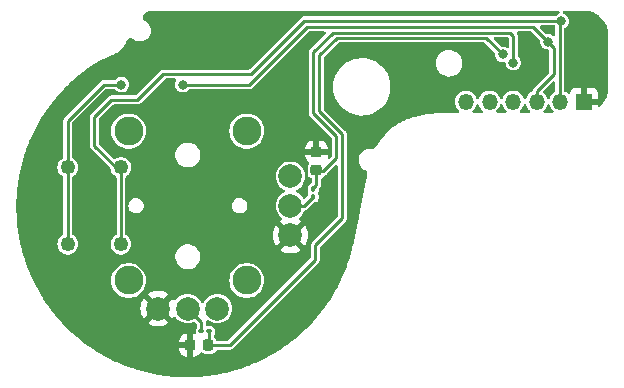
<source format=gbr>
%TF.GenerationSoftware,KiCad,Pcbnew,8.0.2*%
%TF.CreationDate,2024-10-29T11:55:49-07:00*%
%TF.ProjectId,UGC_SubStick,5547435f-5375-4625-9374-69636b2e6b69,rev?*%
%TF.SameCoordinates,Original*%
%TF.FileFunction,Copper,L1,Top*%
%TF.FilePolarity,Positive*%
%FSLAX46Y46*%
G04 Gerber Fmt 4.6, Leading zero omitted, Abs format (unit mm)*
G04 Created by KiCad (PCBNEW 8.0.2) date 2024-10-29 11:55:49*
%MOMM*%
%LPD*%
G01*
G04 APERTURE LIST*
G04 Aperture macros list*
%AMRoundRect*
0 Rectangle with rounded corners*
0 $1 Rounding radius*
0 $2 $3 $4 $5 $6 $7 $8 $9 X,Y pos of 4 corners*
0 Add a 4 corners polygon primitive as box body*
4,1,4,$2,$3,$4,$5,$6,$7,$8,$9,$2,$3,0*
0 Add four circle primitives for the rounded corners*
1,1,$1+$1,$2,$3*
1,1,$1+$1,$4,$5*
1,1,$1+$1,$6,$7*
1,1,$1+$1,$8,$9*
0 Add four rect primitives between the rounded corners*
20,1,$1+$1,$2,$3,$4,$5,0*
20,1,$1+$1,$4,$5,$6,$7,0*
20,1,$1+$1,$6,$7,$8,$9,0*
20,1,$1+$1,$8,$9,$2,$3,0*%
G04 Aperture macros list end*
%TA.AperFunction,SMDPad,CuDef*%
%ADD10RoundRect,0.225000X-0.225000X-0.250000X0.225000X-0.250000X0.225000X0.250000X-0.225000X0.250000X0*%
%TD*%
%TA.AperFunction,SMDPad,CuDef*%
%ADD11RoundRect,0.100000X-0.130000X-0.100000X0.130000X-0.100000X0.130000X0.100000X-0.130000X0.100000X0*%
%TD*%
%TA.AperFunction,ComponentPad*%
%ADD12C,2.450000*%
%TD*%
%TA.AperFunction,ComponentPad*%
%ADD13C,1.250000*%
%TD*%
%TA.AperFunction,ComponentPad*%
%ADD14C,2.000000*%
%TD*%
%TA.AperFunction,ComponentPad*%
%ADD15R,1.350000X1.350000*%
%TD*%
%TA.AperFunction,ComponentPad*%
%ADD16O,1.350000X1.350000*%
%TD*%
%TA.AperFunction,SMDPad,CuDef*%
%ADD17RoundRect,0.225000X-0.250000X0.225000X-0.250000X-0.225000X0.250000X-0.225000X0.250000X0.225000X0*%
%TD*%
%TA.AperFunction,SMDPad,CuDef*%
%ADD18RoundRect,0.100000X0.100000X-0.130000X0.100000X0.130000X-0.100000X0.130000X-0.100000X-0.130000X0*%
%TD*%
%TA.AperFunction,ViaPad*%
%ADD19C,0.800000*%
%TD*%
%TA.AperFunction,Conductor*%
%ADD20C,0.250000*%
%TD*%
G04 APERTURE END LIST*
D10*
%TO.P,C1,1*%
%TO.N,GND*%
X247408400Y-161493200D03*
%TO.P,C1,2*%
%TO.N,RX*%
X248958400Y-161493200D03*
%TD*%
D11*
%TO.P,R1,1*%
%TO.N,Net-(SW1-X_OUT)*%
X248371400Y-160324800D03*
%TO.P,R1,2*%
%TO.N,RX*%
X249011400Y-160324800D03*
%TD*%
D12*
%TO.P,SW1,*%
%TO.N,*%
X242207200Y-143363518D03*
X242207200Y-156013518D03*
X252207200Y-143363518D03*
X252207200Y-156013518D03*
D13*
%TO.P,SW1,S1,1*%
%TO.N,RS_B_OUT*%
X241557200Y-146438518D03*
%TO.P,SW1,S2,2*%
X241557200Y-152938518D03*
%TO.P,SW1,S3,3*%
%TO.N,RS_B_IN*%
X237057200Y-146438518D03*
%TO.P,SW1,S4,4*%
X237057200Y-152938518D03*
D14*
%TO.P,SW1,X1,GND*%
%TO.N,GND*%
X244707200Y-158388518D03*
%TO.P,SW1,X2,X_OUT*%
%TO.N,Net-(SW1-X_OUT)*%
X247207200Y-158388518D03*
%TO.P,SW1,X3,VCC*%
%TO.N,+3V3*%
X249707200Y-158388518D03*
%TO.P,SW1,Y1,GND*%
%TO.N,GND*%
X255907200Y-152188518D03*
%TO.P,SW1,Y2,Y_OUT*%
%TO.N,Net-(SW1-Y_OUT)*%
X255907200Y-149688518D03*
%TO.P,SW1,Y3,VCC*%
%TO.N,+3V3*%
X255907200Y-147188518D03*
%TD*%
D15*
%TO.P,J1,1,Pin_1*%
%TO.N,GND*%
X280761001Y-140867407D03*
D16*
%TO.P,J1,2,Pin_2*%
%TO.N,RS_B_OUT*%
X278761001Y-140867407D03*
%TO.P,J1,3,Pin_3*%
%TO.N,RS_B_IN*%
X276761001Y-140867407D03*
%TO.P,J1,4,Pin_4*%
%TO.N,RY*%
X274761001Y-140867407D03*
%TO.P,J1,5,Pin_5*%
%TO.N,RX*%
X272761001Y-140867407D03*
%TO.P,J1,6,Pin_6*%
%TO.N,+3V3*%
X270761001Y-140867407D03*
%TD*%
D17*
%TO.P,C2,1*%
%TO.N,GND*%
X258100000Y-145125000D03*
%TO.P,C2,2*%
%TO.N,RY*%
X258100000Y-146675000D03*
%TD*%
D18*
%TO.P,R2,1*%
%TO.N,Net-(SW1-Y_OUT)*%
X257835400Y-148910000D03*
%TO.P,R2,2*%
%TO.N,RY*%
X257835400Y-148270000D03*
%TD*%
D19*
%TO.N,GND*%
X276402800Y-138480800D03*
X280000000Y-138900000D03*
X245872000Y-147929600D03*
X245694200Y-149402800D03*
X274193000Y-139065000D03*
X247065800Y-148793200D03*
%TO.N,RS_B_IN*%
X241600000Y-139425000D03*
X277698200Y-135788400D03*
X246775000Y-139425000D03*
%TO.N,RS_B_OUT*%
X278841200Y-134035800D03*
%TO.N,RY*%
X274777200Y-137566400D03*
%TO.N,RX*%
X273888200Y-136875000D03*
%TD*%
D20*
%TO.N,GND*%
X244838518Y-158788518D02*
X244700000Y-158650000D01*
%TO.N,RS_B_IN*%
X237057200Y-142467800D02*
X237057200Y-146438518D01*
X241600000Y-139425000D02*
X240100000Y-139425000D01*
X278200000Y-138550000D02*
X276761001Y-139988999D01*
X252400000Y-139425000D02*
X246775000Y-139425000D01*
X276761001Y-139988999D02*
X276761001Y-140867407D01*
X278200000Y-136290200D02*
X278200000Y-138550000D01*
X277698200Y-135788400D02*
X278200000Y-136290200D01*
X277698200Y-135788400D02*
X276459800Y-134550000D01*
X257275000Y-134550000D02*
X252400000Y-139425000D01*
X237057200Y-146438518D02*
X237057200Y-152938518D01*
X276459800Y-134550000D02*
X257275000Y-134550000D01*
X240100000Y-139425000D02*
X237057200Y-142467800D01*
%TO.N,RS_B_OUT*%
X240750000Y-140725000D02*
X239300000Y-142175000D01*
X278700000Y-134177000D02*
X278700000Y-140806406D01*
X239300000Y-142175000D02*
X239300000Y-144600000D01*
X245150000Y-138525000D02*
X242950000Y-140725000D01*
X252575000Y-138525000D02*
X245150000Y-138525000D01*
X241557200Y-152938518D02*
X241557200Y-146438518D01*
X239300000Y-144600000D02*
X241138518Y-146438518D01*
X241138518Y-146438518D02*
X241557200Y-146438518D01*
X278830400Y-134025000D02*
X257075000Y-134025000D01*
X278841200Y-134035800D02*
X278700000Y-134177000D01*
X242950000Y-140725000D02*
X240750000Y-140725000D01*
X278700000Y-140806406D02*
X278761001Y-140867407D01*
X257075000Y-134025000D02*
X252575000Y-138525000D01*
X278841200Y-134035800D02*
X278830400Y-134025000D01*
%TO.N,RY*%
X258687500Y-146762500D02*
X258100000Y-146762500D01*
X257850000Y-136675000D02*
X257850000Y-141850000D01*
X274475000Y-135025000D02*
X259500000Y-135025000D01*
X258100000Y-147925000D02*
X258100000Y-146762500D01*
X257850000Y-141850000D02*
X259775000Y-143775000D01*
X274777200Y-135327200D02*
X274475000Y-135025000D01*
X257835400Y-148270000D02*
X257835400Y-148189600D01*
X257835400Y-148189600D02*
X258100000Y-147925000D01*
X274777200Y-137566400D02*
X274777200Y-135327200D01*
X259775000Y-143775000D02*
X259775000Y-145675000D01*
X259500000Y-135025000D02*
X257850000Y-136675000D01*
X259775000Y-145675000D02*
X258687500Y-146762500D01*
%TO.N,RX*%
X250756800Y-161493200D02*
X249045900Y-161493200D01*
X249045900Y-161493200D02*
X249045900Y-160359300D01*
X272488200Y-135475000D02*
X259825000Y-135475000D01*
X258350000Y-136950000D02*
X258350000Y-141675000D01*
X258350000Y-141675000D02*
X260300000Y-143625000D01*
X273888200Y-136875000D02*
X272488200Y-135475000D01*
X258000000Y-154250000D02*
X250756800Y-161493200D01*
X258000000Y-153050000D02*
X258000000Y-154250000D01*
X260300000Y-150750000D02*
X258000000Y-153050000D01*
X260300000Y-143625000D02*
X260300000Y-150750000D01*
X249045900Y-160359300D02*
X249011400Y-160324800D01*
X259825000Y-135475000D02*
X258350000Y-136950000D01*
%TO.N,Net-(SW1-X_OUT)*%
X247207200Y-158388518D02*
X248371400Y-159552718D01*
X248371400Y-159552718D02*
X248371400Y-160324800D01*
%TO.N,Net-(SW1-Y_OUT)*%
X255907200Y-149688518D02*
X257056882Y-149688518D01*
X257056882Y-149688518D02*
X257835400Y-148910000D01*
%TD*%
%TA.AperFunction,Conductor*%
%TO.N,GND*%
G36*
X278656731Y-133195796D02*
G01*
X278702486Y-133248600D01*
X278712430Y-133317758D01*
X278683405Y-133381314D01*
X278624627Y-133419088D01*
X278619367Y-133420508D01*
X278608833Y-133423104D01*
X278468962Y-133496515D01*
X278350712Y-133601274D01*
X278345743Y-133606884D01*
X278343426Y-133604831D01*
X278300102Y-133639935D01*
X278252346Y-133649500D01*
X257025563Y-133649500D01*
X256985259Y-133660299D01*
X256985259Y-133660300D01*
X256930062Y-133675090D01*
X256930061Y-133675090D01*
X256930059Y-133675091D01*
X256844436Y-133724526D01*
X252455782Y-138113181D01*
X252394459Y-138146666D01*
X252368101Y-138149500D01*
X245100564Y-138149500D01*
X245052812Y-138162295D01*
X245052811Y-138162294D01*
X245005066Y-138175088D01*
X245005059Y-138175091D01*
X244981126Y-138188908D01*
X244962250Y-138199807D01*
X244951546Y-138205986D01*
X244919440Y-138224522D01*
X244919435Y-138224526D01*
X242830782Y-140313181D01*
X242769459Y-140346666D01*
X242743101Y-140349500D01*
X240700564Y-140349500D01*
X240605063Y-140375089D01*
X240605060Y-140375090D01*
X240519440Y-140424522D01*
X240519435Y-140424526D01*
X239069438Y-141874525D01*
X238999527Y-141944435D01*
X238999525Y-141944437D01*
X238999525Y-141944438D01*
X238950090Y-142030062D01*
X238950090Y-142030063D01*
X238926557Y-142117890D01*
X238924500Y-142125565D01*
X238924500Y-144649435D01*
X238950090Y-144744938D01*
X238981170Y-144798770D01*
X238999526Y-144830563D01*
X238999528Y-144830565D01*
X240653978Y-146485015D01*
X240687463Y-146546338D01*
X240689617Y-146559730D01*
X240692266Y-146584936D01*
X240696115Y-146621549D01*
X240696116Y-146621551D01*
X240752983Y-146796571D01*
X240752986Y-146796577D01*
X240845005Y-146955958D01*
X240881069Y-146996011D01*
X240968149Y-147092724D01*
X240968151Y-147092726D01*
X241117030Y-147200893D01*
X241117033Y-147200895D01*
X241117039Y-147200899D01*
X241117045Y-147200901D01*
X241119694Y-147202431D01*
X241120928Y-147203725D01*
X241122296Y-147204719D01*
X241122114Y-147204969D01*
X241167912Y-147252995D01*
X241181700Y-147309822D01*
X241181700Y-152067213D01*
X241162015Y-152134252D01*
X241122213Y-152172203D01*
X241122296Y-152172317D01*
X241121452Y-152172930D01*
X241119703Y-152174598D01*
X241117040Y-152176135D01*
X240968151Y-152284309D01*
X240968149Y-152284311D01*
X240845004Y-152421079D01*
X240752986Y-152580458D01*
X240752983Y-152580464D01*
X240696116Y-152755485D01*
X240696115Y-152755489D01*
X240676878Y-152938518D01*
X240696115Y-153121547D01*
X240696116Y-153121550D01*
X240752983Y-153296571D01*
X240752986Y-153296577D01*
X240845005Y-153455958D01*
X240954527Y-153577595D01*
X240968149Y-153592724D01*
X240968151Y-153592726D01*
X241117034Y-153700896D01*
X241117035Y-153700896D01*
X241117039Y-153700899D01*
X241254153Y-153761946D01*
X241285161Y-153775752D01*
X241285166Y-153775754D01*
X241465181Y-153814018D01*
X241649219Y-153814018D01*
X241829234Y-153775754D01*
X241997361Y-153700899D01*
X242146250Y-153592725D01*
X242269395Y-153455958D01*
X242361414Y-153296577D01*
X242418285Y-153121547D01*
X242437522Y-152938518D01*
X242418285Y-152755489D01*
X242361414Y-152580459D01*
X242269395Y-152421078D01*
X242146250Y-152284311D01*
X242146248Y-152284309D01*
X241997359Y-152176135D01*
X241994697Y-152174598D01*
X241993464Y-152173305D01*
X241992104Y-152172317D01*
X241992284Y-152172068D01*
X241946483Y-152124030D01*
X241932700Y-152067213D01*
X241932700Y-149704891D01*
X241935666Y-149694788D01*
X241934283Y-149691891D01*
X241933989Y-149688224D01*
X242179487Y-149688224D01*
X242179722Y-149689350D01*
X242197123Y-149827097D01*
X242200119Y-149850807D01*
X242200119Y-149850811D01*
X242260336Y-150002900D01*
X242260341Y-150002909D01*
X242356483Y-150135238D01*
X242356484Y-150135239D01*
X242356486Y-150135240D01*
X242356487Y-150135242D01*
X242482529Y-150239512D01*
X242630541Y-150309161D01*
X242791224Y-150339813D01*
X242954482Y-150329542D01*
X243110056Y-150278993D01*
X243248172Y-150191342D01*
X243360151Y-150072097D01*
X243438956Y-149928750D01*
X243479637Y-149770308D01*
X243482200Y-149688518D01*
X250929617Y-149688518D01*
X250947123Y-149827097D01*
X250950119Y-149850808D01*
X250950119Y-149850811D01*
X251010336Y-150002900D01*
X251010341Y-150002909D01*
X251106483Y-150135238D01*
X251106484Y-150135239D01*
X251106486Y-150135240D01*
X251106487Y-150135242D01*
X251232529Y-150239512D01*
X251380541Y-150309161D01*
X251541224Y-150339813D01*
X251704482Y-150329542D01*
X251860056Y-150278993D01*
X251998172Y-150191342D01*
X252110151Y-150072097D01*
X252188956Y-149928750D01*
X252229637Y-149770308D01*
X252232200Y-149688518D01*
X252229637Y-149606728D01*
X252188956Y-149448286D01*
X252188955Y-149448285D01*
X252188955Y-149448283D01*
X252110154Y-149304944D01*
X252110151Y-149304939D01*
X251998173Y-149185695D01*
X251998172Y-149185694D01*
X251922268Y-149137524D01*
X251860055Y-149098042D01*
X251704482Y-149047494D01*
X251541227Y-149037223D01*
X251541226Y-149037223D01*
X251541224Y-149037223D01*
X251474198Y-149050009D01*
X251380543Y-149067874D01*
X251380541Y-149067875D01*
X251232529Y-149137524D01*
X251232527Y-149137525D01*
X251232526Y-149137526D01*
X251106484Y-149241796D01*
X251106483Y-149241797D01*
X251010341Y-149374126D01*
X251010336Y-149374135D01*
X250950119Y-149526224D01*
X250950119Y-149526227D01*
X250931686Y-149672144D01*
X250929617Y-149688518D01*
X243482200Y-149688518D01*
X243479637Y-149606728D01*
X243438956Y-149448286D01*
X243438955Y-149448285D01*
X243438955Y-149448283D01*
X243360154Y-149304944D01*
X243360151Y-149304939D01*
X243248173Y-149185695D01*
X243248172Y-149185694D01*
X243172268Y-149137524D01*
X243110055Y-149098042D01*
X242954482Y-149047494D01*
X242791227Y-149037223D01*
X242791226Y-149037223D01*
X242791224Y-149037223D01*
X242724198Y-149050009D01*
X242630543Y-149067874D01*
X242630541Y-149067875D01*
X242482529Y-149137524D01*
X242482527Y-149137525D01*
X242482526Y-149137526D01*
X242356484Y-149241796D01*
X242356483Y-149241797D01*
X242260341Y-149374126D01*
X242260336Y-149374135D01*
X242200119Y-149526224D01*
X242200119Y-149526227D01*
X242179722Y-149687686D01*
X242179487Y-149688224D01*
X241933989Y-149688224D01*
X241932700Y-149672144D01*
X241932700Y-147309822D01*
X241952385Y-147242783D01*
X241992186Y-147204832D01*
X241992104Y-147204719D01*
X241992954Y-147204101D01*
X241994706Y-147202431D01*
X241997350Y-147200903D01*
X241997361Y-147200899D01*
X242146250Y-147092725D01*
X242269395Y-146955958D01*
X242361414Y-146796577D01*
X242418285Y-146621547D01*
X242437522Y-146438518D01*
X242418285Y-146255489D01*
X242368224Y-146101418D01*
X242361416Y-146080464D01*
X242361413Y-146080458D01*
X242269395Y-145921078D01*
X242146250Y-145784311D01*
X242146248Y-145784309D01*
X241997365Y-145676139D01*
X241997362Y-145676137D01*
X241997361Y-145676137D01*
X241903286Y-145634252D01*
X241829238Y-145601283D01*
X241829233Y-145601281D01*
X241649219Y-145563018D01*
X241465181Y-145563018D01*
X241285166Y-145601281D01*
X241117042Y-145676135D01*
X241081162Y-145702202D01*
X241015355Y-145725679D01*
X240947301Y-145709851D01*
X240920599Y-145689562D01*
X240516085Y-145285048D01*
X246156700Y-145285048D01*
X246156700Y-145491987D01*
X246197068Y-145694930D01*
X246197070Y-145694938D01*
X246273612Y-145879727D01*
X246276259Y-145886116D01*
X246300617Y-145922571D01*
X246391224Y-146058175D01*
X246537542Y-146204493D01*
X246537545Y-146204495D01*
X246709602Y-146319459D01*
X246900780Y-146398648D01*
X247101221Y-146438518D01*
X247103730Y-146439017D01*
X247103734Y-146439018D01*
X247103735Y-146439018D01*
X247310666Y-146439018D01*
X247310667Y-146439017D01*
X247513620Y-146398648D01*
X247704798Y-146319459D01*
X247876855Y-146204495D01*
X248023177Y-146058173D01*
X248138141Y-145886116D01*
X248217330Y-145694938D01*
X248257700Y-145491983D01*
X248257700Y-145285053D01*
X248217330Y-145082098D01*
X248138141Y-144890920D01*
X248111920Y-144851677D01*
X257125000Y-144851677D01*
X257125000Y-144875000D01*
X257850000Y-144875000D01*
X258350000Y-144875000D01*
X259074999Y-144875000D01*
X259074999Y-144851692D01*
X259074998Y-144851677D01*
X259064855Y-144752392D01*
X259011547Y-144591518D01*
X259011542Y-144591507D01*
X258922575Y-144447271D01*
X258922572Y-144447267D01*
X258802732Y-144327427D01*
X258802728Y-144327424D01*
X258658492Y-144238457D01*
X258658481Y-144238452D01*
X258497606Y-144185144D01*
X258398322Y-144175000D01*
X258350000Y-144175000D01*
X258350000Y-144875000D01*
X257850000Y-144875000D01*
X257850000Y-144175000D01*
X257849999Y-144174999D01*
X257801693Y-144175000D01*
X257801675Y-144175001D01*
X257702392Y-144185144D01*
X257541518Y-144238452D01*
X257541507Y-144238457D01*
X257397271Y-144327424D01*
X257397267Y-144327427D01*
X257277427Y-144447267D01*
X257277424Y-144447271D01*
X257188457Y-144591507D01*
X257188452Y-144591518D01*
X257135144Y-144752393D01*
X257125000Y-144851677D01*
X248111920Y-144851677D01*
X248023177Y-144718863D01*
X248023175Y-144718860D01*
X247876857Y-144572542D01*
X247739527Y-144480782D01*
X247704798Y-144457577D01*
X247693253Y-144452795D01*
X247513620Y-144378388D01*
X247513612Y-144378386D01*
X247310669Y-144338018D01*
X247310665Y-144338018D01*
X247103735Y-144338018D01*
X247103730Y-144338018D01*
X246900787Y-144378386D01*
X246900779Y-144378388D01*
X246709603Y-144457576D01*
X246537542Y-144572542D01*
X246391224Y-144718860D01*
X246276258Y-144890921D01*
X246197070Y-145082097D01*
X246197068Y-145082105D01*
X246156700Y-145285048D01*
X240516085Y-145285048D01*
X239711819Y-144480782D01*
X239678334Y-144419459D01*
X239675500Y-144393101D01*
X239675500Y-143363512D01*
X240726643Y-143363512D01*
X240726643Y-143363523D01*
X240746834Y-143607201D01*
X240746836Y-143607213D01*
X240806863Y-143844252D01*
X240905088Y-144068184D01*
X241038832Y-144272896D01*
X241204442Y-144452795D01*
X241204452Y-144452804D01*
X241397408Y-144602988D01*
X241397412Y-144602991D01*
X241611524Y-144718863D01*
X241612467Y-144719373D01*
X241612470Y-144719374D01*
X241843741Y-144798769D01*
X241843743Y-144798769D01*
X241843745Y-144798770D01*
X242084937Y-144839018D01*
X242084938Y-144839018D01*
X242329462Y-144839018D01*
X242329463Y-144839018D01*
X242570655Y-144798770D01*
X242801933Y-144719373D01*
X243016988Y-144602991D01*
X243209954Y-144452799D01*
X243375568Y-144272895D01*
X243509311Y-144068185D01*
X243607536Y-143844254D01*
X243667564Y-143607210D01*
X243667565Y-143607201D01*
X243687757Y-143363523D01*
X243687757Y-143363512D01*
X250726643Y-143363512D01*
X250726643Y-143363523D01*
X250746834Y-143607201D01*
X250746836Y-143607213D01*
X250806863Y-143844252D01*
X250905088Y-144068184D01*
X251038832Y-144272896D01*
X251204442Y-144452795D01*
X251204452Y-144452804D01*
X251397408Y-144602988D01*
X251397412Y-144602991D01*
X251611524Y-144718863D01*
X251612467Y-144719373D01*
X251612470Y-144719374D01*
X251843741Y-144798769D01*
X251843743Y-144798769D01*
X251843745Y-144798770D01*
X252084937Y-144839018D01*
X252084938Y-144839018D01*
X252329462Y-144839018D01*
X252329463Y-144839018D01*
X252570655Y-144798770D01*
X252801933Y-144719373D01*
X253016988Y-144602991D01*
X253209954Y-144452799D01*
X253375568Y-144272895D01*
X253509311Y-144068185D01*
X253607536Y-143844254D01*
X253667564Y-143607210D01*
X253667565Y-143607201D01*
X253687757Y-143363523D01*
X253687757Y-143363512D01*
X253667565Y-143119834D01*
X253667563Y-143119822D01*
X253651760Y-143057417D01*
X253607536Y-142882782D01*
X253509311Y-142658851D01*
X253482861Y-142618366D01*
X253375567Y-142454139D01*
X253209957Y-142274240D01*
X253209947Y-142274231D01*
X253016991Y-142124047D01*
X253016987Y-142124044D01*
X252801934Y-142007663D01*
X252801929Y-142007661D01*
X252570658Y-141928266D01*
X252342221Y-141890147D01*
X252329463Y-141888018D01*
X252084937Y-141888018D01*
X252072179Y-141890147D01*
X251843741Y-141928266D01*
X251612470Y-142007661D01*
X251612465Y-142007663D01*
X251397412Y-142124044D01*
X251397408Y-142124047D01*
X251204452Y-142274231D01*
X251204442Y-142274240D01*
X251038832Y-142454139D01*
X250905088Y-142658851D01*
X250806863Y-142882783D01*
X250746836Y-143119822D01*
X250746834Y-143119834D01*
X250726643Y-143363512D01*
X243687757Y-143363512D01*
X243667565Y-143119834D01*
X243667563Y-143119822D01*
X243651760Y-143057417D01*
X243607536Y-142882782D01*
X243509311Y-142658851D01*
X243482861Y-142618366D01*
X243375567Y-142454139D01*
X243209957Y-142274240D01*
X243209947Y-142274231D01*
X243016991Y-142124047D01*
X243016987Y-142124044D01*
X242801934Y-142007663D01*
X242801929Y-142007661D01*
X242570658Y-141928266D01*
X242342221Y-141890147D01*
X242329463Y-141888018D01*
X242084937Y-141888018D01*
X242072179Y-141890147D01*
X241843741Y-141928266D01*
X241612470Y-142007661D01*
X241612465Y-142007663D01*
X241397412Y-142124044D01*
X241397408Y-142124047D01*
X241204452Y-142274231D01*
X241204442Y-142274240D01*
X241038832Y-142454139D01*
X240905088Y-142658851D01*
X240806863Y-142882783D01*
X240746836Y-143119822D01*
X240746834Y-143119834D01*
X240726643Y-143363512D01*
X239675500Y-143363512D01*
X239675500Y-142381899D01*
X239695185Y-142314860D01*
X239711819Y-142294218D01*
X240869219Y-141136819D01*
X240930542Y-141103334D01*
X240956900Y-141100500D01*
X242999435Y-141100500D01*
X242999436Y-141100500D01*
X243047186Y-141087705D01*
X243094938Y-141074910D01*
X243180562Y-141025475D01*
X243250475Y-140955562D01*
X243250474Y-140955562D01*
X243309043Y-140896993D01*
X245269219Y-138936819D01*
X245330542Y-138903334D01*
X245356900Y-138900500D01*
X246110357Y-138900500D01*
X246177396Y-138920185D01*
X246223151Y-138972989D01*
X246233095Y-139042147D01*
X246212407Y-139094940D01*
X246194780Y-139120475D01*
X246194780Y-139120476D01*
X246138762Y-139268181D01*
X246119722Y-139424999D01*
X246119722Y-139425000D01*
X246138762Y-139581818D01*
X246166730Y-139655562D01*
X246194780Y-139729523D01*
X246284517Y-139859530D01*
X246402760Y-139964283D01*
X246402762Y-139964284D01*
X246542634Y-140037696D01*
X246696014Y-140075500D01*
X246696015Y-140075500D01*
X246853985Y-140075500D01*
X247007365Y-140037696D01*
X247042914Y-140019038D01*
X247147240Y-139964283D01*
X247265483Y-139859530D01*
X247269257Y-139854061D01*
X247323537Y-139810071D01*
X247371308Y-139800500D01*
X252449435Y-139800500D01*
X252449436Y-139800500D01*
X252497186Y-139787705D01*
X252544938Y-139774910D01*
X252630562Y-139725475D01*
X252700475Y-139655562D01*
X257394218Y-134961819D01*
X257455541Y-134928334D01*
X257481899Y-134925500D01*
X258769101Y-134925500D01*
X258836140Y-134945185D01*
X258881895Y-134997989D01*
X258891839Y-135067147D01*
X258862814Y-135130703D01*
X258856782Y-135137181D01*
X257549526Y-136444436D01*
X257500091Y-136530059D01*
X257500091Y-136530060D01*
X257500090Y-136530062D01*
X257474500Y-136625565D01*
X257474500Y-136625567D01*
X257474500Y-141899435D01*
X257476140Y-141905555D01*
X257476141Y-141905563D01*
X257476142Y-141905563D01*
X257500090Y-141994939D01*
X257507437Y-142007663D01*
X257532169Y-142050500D01*
X257549526Y-142080563D01*
X257549528Y-142080565D01*
X259363181Y-143894218D01*
X259396666Y-143955541D01*
X259399500Y-143981899D01*
X259399500Y-145468100D01*
X259379815Y-145535139D01*
X259363181Y-145555781D01*
X259258136Y-145660826D01*
X259196813Y-145694311D01*
X259127121Y-145689327D01*
X259071188Y-145647455D01*
X259046771Y-145581991D01*
X259052750Y-145534139D01*
X259064855Y-145497607D01*
X259074999Y-145398322D01*
X259075000Y-145398309D01*
X259075000Y-145375000D01*
X257125001Y-145375000D01*
X257125001Y-145398322D01*
X257135144Y-145497607D01*
X257188452Y-145658481D01*
X257188457Y-145658492D01*
X257277424Y-145802728D01*
X257277427Y-145802732D01*
X257397266Y-145922571D01*
X257455268Y-145958347D01*
X257501992Y-146010295D01*
X257513215Y-146079258D01*
X257489439Y-146138195D01*
X257428374Y-146219769D01*
X257428372Y-146219773D01*
X257428372Y-146219774D01*
X257420197Y-146241691D01*
X257380587Y-146347889D01*
X257374500Y-146404498D01*
X257374500Y-146891121D01*
X257354815Y-146958160D01*
X257335492Y-146974903D01*
X257350232Y-146980136D01*
X257392985Y-147035398D01*
X257393687Y-147037235D01*
X257414385Y-147092726D01*
X257428372Y-147130226D01*
X257510313Y-147239687D01*
X257619774Y-147321628D01*
X257643836Y-147330602D01*
X257699767Y-147372473D01*
X257724184Y-147437937D01*
X257724500Y-147446783D01*
X257724500Y-147679995D01*
X257704815Y-147747034D01*
X257652011Y-147792789D01*
X257637114Y-147798466D01*
X257634012Y-147799424D01*
X257528914Y-147850803D01*
X257446203Y-147933514D01*
X257394826Y-148038608D01*
X257384900Y-148106739D01*
X257384900Y-148433260D01*
X257394826Y-148501392D01*
X257394826Y-148501393D01*
X257411520Y-148535541D01*
X257423278Y-148604414D01*
X257411520Y-148644459D01*
X257394826Y-148678606D01*
X257394826Y-148678607D01*
X257384900Y-148746739D01*
X257384900Y-148778099D01*
X257365215Y-148845138D01*
X257348581Y-148865780D01*
X257164352Y-149050009D01*
X257103029Y-149083494D01*
X257033337Y-149078510D01*
X256977404Y-149036638D01*
X256975096Y-149033451D01*
X256868799Y-148881642D01*
X256808874Y-148821717D01*
X256714077Y-148726920D01*
X256534839Y-148601416D01*
X256510357Y-148590000D01*
X256426507Y-148550900D01*
X256374067Y-148504728D01*
X256354915Y-148437534D01*
X256375131Y-148370653D01*
X256426507Y-148326136D01*
X256436451Y-148321499D01*
X256534839Y-148275620D01*
X256714077Y-148150116D01*
X256868798Y-147995395D01*
X256994302Y-147816157D01*
X257086775Y-147617848D01*
X257143407Y-147406495D01*
X257162477Y-147188518D01*
X257153978Y-147091375D01*
X257167744Y-147022878D01*
X257193771Y-146996011D01*
X257169297Y-146984834D01*
X257131523Y-146926056D01*
X257130741Y-146923271D01*
X257086775Y-146759188D01*
X256994302Y-146560880D01*
X256994300Y-146560877D01*
X256994299Y-146560875D01*
X256868799Y-146381642D01*
X256806616Y-146319459D01*
X256714077Y-146226920D01*
X256576178Y-146130362D01*
X256534838Y-146101415D01*
X256435518Y-146055102D01*
X256336530Y-146008943D01*
X256336526Y-146008942D01*
X256336522Y-146008940D01*
X256125177Y-145952311D01*
X255907202Y-145933241D01*
X255907198Y-145933241D01*
X255761882Y-145945954D01*
X255689223Y-145952311D01*
X255689220Y-145952311D01*
X255477877Y-146008940D01*
X255477868Y-146008944D01*
X255279561Y-146101416D01*
X255279557Y-146101418D01*
X255100321Y-146226920D01*
X254945602Y-146381639D01*
X254820100Y-146560875D01*
X254820098Y-146560879D01*
X254727626Y-146759186D01*
X254727622Y-146759195D01*
X254670993Y-146970538D01*
X254670993Y-146970542D01*
X254651923Y-147188515D01*
X254651923Y-147188520D01*
X254670993Y-147406493D01*
X254670993Y-147406497D01*
X254727622Y-147617840D01*
X254727624Y-147617844D01*
X254727625Y-147617848D01*
X254756605Y-147679995D01*
X254820097Y-147816156D01*
X254820098Y-147816157D01*
X254945602Y-147995395D01*
X255100323Y-148150116D01*
X255279561Y-148275620D01*
X255387893Y-148326136D01*
X255440332Y-148372308D01*
X255459484Y-148439502D01*
X255439268Y-148506383D01*
X255387893Y-148550900D01*
X255279562Y-148601416D01*
X255279557Y-148601418D01*
X255100321Y-148726920D01*
X254945602Y-148881639D01*
X254820100Y-149060875D01*
X254820098Y-149060879D01*
X254739300Y-149234149D01*
X254733550Y-149246483D01*
X254727626Y-149259186D01*
X254727622Y-149259195D01*
X254670993Y-149470538D01*
X254670993Y-149470542D01*
X254651923Y-149688515D01*
X254651923Y-149688520D01*
X254670993Y-149906493D01*
X254670993Y-149906497D01*
X254727622Y-150117840D01*
X254727624Y-150117844D01*
X254727625Y-150117848D01*
X254735735Y-150135239D01*
X254820097Y-150316156D01*
X254820098Y-150316157D01*
X254945602Y-150495395D01*
X254945606Y-150495399D01*
X255100322Y-150650115D01*
X255153021Y-150687016D01*
X255196646Y-150741593D01*
X255203838Y-150811092D01*
X255172315Y-150873446D01*
X255140915Y-150897644D01*
X255083965Y-150928463D01*
X255037142Y-150964906D01*
X255037142Y-150964908D01*
X255777790Y-151705555D01*
X255714207Y-151722593D01*
X255600193Y-151788419D01*
X255507101Y-151881511D01*
X255441275Y-151995525D01*
X255424237Y-152059107D01*
X254683764Y-151318634D01*
X254583467Y-151472150D01*
X254483612Y-151699800D01*
X254422587Y-151940779D01*
X254422585Y-151940788D01*
X254402059Y-152188512D01*
X254402059Y-152188523D01*
X254422585Y-152436247D01*
X254422587Y-152436256D01*
X254483612Y-152677235D01*
X254583466Y-152904882D01*
X254683764Y-153058400D01*
X255424237Y-152317927D01*
X255441275Y-152381511D01*
X255507101Y-152495525D01*
X255600193Y-152588617D01*
X255714207Y-152654443D01*
X255777790Y-152671480D01*
X255037142Y-153412127D01*
X255083968Y-153448573D01*
X255083970Y-153448574D01*
X255302585Y-153566882D01*
X255302596Y-153566887D01*
X255537706Y-153647601D01*
X255782907Y-153688518D01*
X256031493Y-153688518D01*
X256276693Y-153647601D01*
X256511803Y-153566887D01*
X256511814Y-153566882D01*
X256730428Y-153448575D01*
X256730431Y-153448573D01*
X256777256Y-153412127D01*
X256036609Y-152671480D01*
X256100193Y-152654443D01*
X256214207Y-152588617D01*
X256307299Y-152495525D01*
X256373125Y-152381511D01*
X256390162Y-152317928D01*
X257130634Y-153058400D01*
X257230931Y-152904887D01*
X257330787Y-152677235D01*
X257391812Y-152436256D01*
X257391814Y-152436247D01*
X257412341Y-152188523D01*
X257412341Y-152188512D01*
X257391814Y-151940788D01*
X257391812Y-151940779D01*
X257330787Y-151699800D01*
X257230931Y-151472148D01*
X257130634Y-151318634D01*
X256390162Y-152059107D01*
X256373125Y-151995525D01*
X256307299Y-151881511D01*
X256214207Y-151788419D01*
X256100193Y-151722593D01*
X256036610Y-151705555D01*
X256777257Y-150964908D01*
X256777256Y-150964907D01*
X256730429Y-150928461D01*
X256730425Y-150928458D01*
X256673484Y-150897643D01*
X256623894Y-150848424D01*
X256608786Y-150780207D01*
X256632957Y-150714651D01*
X256661373Y-150687019D01*
X256714077Y-150650116D01*
X256868798Y-150495395D01*
X256994302Y-150316157D01*
X257086775Y-150117848D01*
X257086775Y-150117844D01*
X257088233Y-150114720D01*
X257134405Y-150062280D01*
X257168520Y-150047350D01*
X257201820Y-150038428D01*
X257287444Y-149988993D01*
X257357357Y-149919080D01*
X257357356Y-149919080D01*
X257415916Y-149860520D01*
X257849620Y-149426816D01*
X257910942Y-149393334D01*
X257937300Y-149390500D01*
X257968661Y-149390500D01*
X257991371Y-149387191D01*
X258036793Y-149380573D01*
X258141883Y-149329198D01*
X258224598Y-149246483D01*
X258275973Y-149141393D01*
X258285900Y-149073260D01*
X258285900Y-148746740D01*
X258275973Y-148678607D01*
X258259279Y-148644459D01*
X258247519Y-148575590D01*
X258259278Y-148535540D01*
X258275973Y-148501393D01*
X258285900Y-148433260D01*
X258285900Y-148321499D01*
X258305585Y-148254460D01*
X258322219Y-148233818D01*
X258338552Y-148217485D01*
X258400474Y-148155563D01*
X258428662Y-148106740D01*
X258449910Y-148069938D01*
X258475500Y-147974435D01*
X258475500Y-147446783D01*
X258495185Y-147379744D01*
X258547989Y-147333989D01*
X258556142Y-147330610D01*
X258580226Y-147321628D01*
X258689687Y-147239687D01*
X258747334Y-147162678D01*
X258803267Y-147120807D01*
X258814496Y-147117217D01*
X258832438Y-147112410D01*
X258918062Y-147062975D01*
X258987975Y-146993062D01*
X259712819Y-146268218D01*
X259774142Y-146234733D01*
X259843834Y-146239717D01*
X259899767Y-146281589D01*
X259924184Y-146347053D01*
X259924500Y-146355899D01*
X259924500Y-150543101D01*
X259904815Y-150610140D01*
X259888181Y-150630782D01*
X257699526Y-152819436D01*
X257650091Y-152905059D01*
X257650091Y-152905060D01*
X257650090Y-152905062D01*
X257624500Y-153000565D01*
X257624500Y-153000567D01*
X257624500Y-154043100D01*
X257604815Y-154110139D01*
X257588181Y-154130781D01*
X250637582Y-161081381D01*
X250576259Y-161114866D01*
X250549901Y-161117700D01*
X249730183Y-161117700D01*
X249663144Y-161098015D01*
X249617389Y-161045211D01*
X249614010Y-161037057D01*
X249605028Y-161012974D01*
X249605025Y-161012970D01*
X249605025Y-161012969D01*
X249523092Y-160903518D01*
X249523088Y-160903515D01*
X249523087Y-160903513D01*
X249471088Y-160864587D01*
X249429218Y-160808654D01*
X249421400Y-160765321D01*
X249421400Y-160678785D01*
X249434000Y-160624325D01*
X249481972Y-160526195D01*
X249481973Y-160526192D01*
X249483138Y-160518200D01*
X249491900Y-160458060D01*
X249491900Y-160191540D01*
X249481973Y-160123407D01*
X249430598Y-160018317D01*
X249430596Y-160018315D01*
X249430596Y-160018314D01*
X249347885Y-159935603D01*
X249242791Y-159884226D01*
X249174661Y-159874300D01*
X249174660Y-159874300D01*
X248870900Y-159874300D01*
X248803861Y-159854615D01*
X248758106Y-159801811D01*
X248746900Y-159750300D01*
X248746900Y-159503286D01*
X248745892Y-159495633D01*
X248756653Y-159426597D01*
X248803030Y-159374338D01*
X248870298Y-159355449D01*
X248937100Y-159375926D01*
X248939907Y-159377833D01*
X249079561Y-159475620D01*
X249277870Y-159568093D01*
X249489223Y-159624725D01*
X249672126Y-159640726D01*
X249707198Y-159643795D01*
X249707200Y-159643795D01*
X249707202Y-159643795D01*
X249735454Y-159641323D01*
X249925177Y-159624725D01*
X250136530Y-159568093D01*
X250334839Y-159475620D01*
X250514077Y-159350116D01*
X250668798Y-159195395D01*
X250794302Y-159016157D01*
X250886775Y-158817848D01*
X250943407Y-158606495D01*
X250962477Y-158388518D01*
X250962476Y-158388512D01*
X250951858Y-158267141D01*
X250943407Y-158170541D01*
X250907079Y-158034965D01*
X250886777Y-157959195D01*
X250886776Y-157959194D01*
X250886775Y-157959188D01*
X250794302Y-157760880D01*
X250794300Y-157760877D01*
X250794299Y-157760875D01*
X250668799Y-157581642D01*
X250600525Y-157513368D01*
X250514077Y-157426920D01*
X250334839Y-157301416D01*
X250334840Y-157301416D01*
X250334838Y-157301415D01*
X250205967Y-157241322D01*
X250136530Y-157208943D01*
X250136526Y-157208942D01*
X250136522Y-157208940D01*
X249925177Y-157152311D01*
X249707202Y-157133241D01*
X249707198Y-157133241D01*
X249561882Y-157145954D01*
X249489223Y-157152311D01*
X249489220Y-157152311D01*
X249277877Y-157208940D01*
X249277870Y-157208942D01*
X249277870Y-157208943D01*
X249262367Y-157216172D01*
X249079561Y-157301416D01*
X249079557Y-157301418D01*
X248900321Y-157426920D01*
X248745602Y-157581639D01*
X248620100Y-157760875D01*
X248620098Y-157760880D01*
X248569582Y-157869211D01*
X248523409Y-157921650D01*
X248456216Y-157940802D01*
X248389335Y-157920586D01*
X248344818Y-157869211D01*
X248329190Y-157835698D01*
X248294302Y-157760880D01*
X248294299Y-157760876D01*
X248294299Y-157760875D01*
X248168799Y-157581642D01*
X248100525Y-157513368D01*
X248014077Y-157426920D01*
X247834839Y-157301416D01*
X247834840Y-157301416D01*
X247834838Y-157301415D01*
X247705967Y-157241322D01*
X247636530Y-157208943D01*
X247636526Y-157208942D01*
X247636522Y-157208940D01*
X247425177Y-157152311D01*
X247207202Y-157133241D01*
X247207198Y-157133241D01*
X247061882Y-157145954D01*
X246989223Y-157152311D01*
X246989220Y-157152311D01*
X246777877Y-157208940D01*
X246777870Y-157208942D01*
X246777870Y-157208943D01*
X246762367Y-157216172D01*
X246579561Y-157301416D01*
X246579557Y-157301418D01*
X246400321Y-157426920D01*
X246245603Y-157581638D01*
X246209090Y-157633784D01*
X246154513Y-157677408D01*
X246085014Y-157684600D01*
X246022660Y-157653077D01*
X246003708Y-157630481D01*
X245930634Y-157518634D01*
X245190162Y-158259107D01*
X245173125Y-158195525D01*
X245107299Y-158081511D01*
X245014207Y-157988419D01*
X244900193Y-157922593D01*
X244836610Y-157905555D01*
X245577257Y-157164908D01*
X245577256Y-157164907D01*
X245530429Y-157128461D01*
X245311814Y-157010153D01*
X245311803Y-157010148D01*
X245076693Y-156929434D01*
X244831493Y-156888518D01*
X244582907Y-156888518D01*
X244337706Y-156929434D01*
X244102596Y-157010148D01*
X244102590Y-157010150D01*
X243883961Y-157128467D01*
X243837142Y-157164906D01*
X243837142Y-157164908D01*
X244577790Y-157905555D01*
X244514207Y-157922593D01*
X244400193Y-157988419D01*
X244307101Y-158081511D01*
X244241275Y-158195525D01*
X244224237Y-158259107D01*
X243483764Y-157518634D01*
X243383467Y-157672150D01*
X243283612Y-157899800D01*
X243222587Y-158140779D01*
X243222585Y-158140788D01*
X243202059Y-158388512D01*
X243202059Y-158388523D01*
X243222585Y-158636247D01*
X243222587Y-158636256D01*
X243283612Y-158877235D01*
X243383466Y-159104882D01*
X243483764Y-159258400D01*
X244224237Y-158517927D01*
X244241275Y-158581511D01*
X244307101Y-158695525D01*
X244400193Y-158788617D01*
X244514207Y-158854443D01*
X244577790Y-158871480D01*
X243837142Y-159612127D01*
X243883968Y-159648573D01*
X243883970Y-159648574D01*
X244102585Y-159766882D01*
X244102596Y-159766887D01*
X244337706Y-159847601D01*
X244582907Y-159888518D01*
X244831493Y-159888518D01*
X245076693Y-159847601D01*
X245311803Y-159766887D01*
X245311814Y-159766882D01*
X245530428Y-159648575D01*
X245530431Y-159648573D01*
X245577256Y-159612127D01*
X244836609Y-158871480D01*
X244900193Y-158854443D01*
X245014207Y-158788617D01*
X245107299Y-158695525D01*
X245173125Y-158581511D01*
X245190162Y-158517928D01*
X245930634Y-159258400D01*
X246003709Y-159146553D01*
X246056855Y-159101196D01*
X246126087Y-159091773D01*
X246189422Y-159121275D01*
X246209087Y-159143246D01*
X246245602Y-159195395D01*
X246400323Y-159350116D01*
X246579561Y-159475620D01*
X246777870Y-159568093D01*
X246989223Y-159624725D01*
X247172126Y-159640726D01*
X247207198Y-159643795D01*
X247207200Y-159643795D01*
X247207202Y-159643795D01*
X247235454Y-159641323D01*
X247425177Y-159624725D01*
X247636530Y-159568093D01*
X247707337Y-159535074D01*
X247776412Y-159524583D01*
X247840196Y-159553102D01*
X247847421Y-159559776D01*
X247959581Y-159671936D01*
X247993066Y-159733259D01*
X247995900Y-159759617D01*
X247995900Y-159923256D01*
X247976215Y-159990295D01*
X247959581Y-160010937D01*
X247952203Y-160018314D01*
X247900826Y-160123408D01*
X247890900Y-160191539D01*
X247890900Y-160402257D01*
X247871215Y-160469296D01*
X247818411Y-160515051D01*
X247754298Y-160525615D01*
X247681724Y-160518200D01*
X247658400Y-160518200D01*
X247658400Y-162468199D01*
X247681708Y-162468199D01*
X247681722Y-162468198D01*
X247781007Y-162458055D01*
X247941881Y-162404747D01*
X247941892Y-162404742D01*
X248086128Y-162315775D01*
X248086132Y-162315772D01*
X248205973Y-162195931D01*
X248241748Y-162137931D01*
X248293696Y-162091206D01*
X248362658Y-162079983D01*
X248421594Y-162103758D01*
X248503174Y-162164828D01*
X248631286Y-162212612D01*
X248687915Y-162218700D01*
X249228884Y-162218699D01*
X249285514Y-162212612D01*
X249413626Y-162164828D01*
X249523087Y-162082887D01*
X249605028Y-161973426D01*
X249614002Y-161949363D01*
X249655873Y-161893433D01*
X249721337Y-161869016D01*
X249730183Y-161868700D01*
X250806235Y-161868700D01*
X250806236Y-161868700D01*
X250853986Y-161855905D01*
X250901738Y-161843110D01*
X250987362Y-161793675D01*
X251057275Y-161723762D01*
X251057274Y-161723762D01*
X251115843Y-161665193D01*
X251115842Y-161665193D01*
X258300475Y-154480563D01*
X258349911Y-154394937D01*
X258375500Y-154299436D01*
X258375500Y-154200564D01*
X258375500Y-153256899D01*
X258395185Y-153189860D01*
X258411819Y-153169218D01*
X259458345Y-152122692D01*
X260600474Y-150980563D01*
X260632712Y-150924725D01*
X260649910Y-150894938D01*
X260675500Y-150799435D01*
X260675500Y-143575565D01*
X260649910Y-143480062D01*
X260600475Y-143394438D01*
X260530562Y-143324525D01*
X258761819Y-141555782D01*
X258728334Y-141494459D01*
X258725500Y-141468101D01*
X258725500Y-139619733D01*
X259505225Y-139619733D01*
X259513527Y-139749056D01*
X259525195Y-139930792D01*
X259525195Y-139930797D01*
X259584779Y-140236745D01*
X259584781Y-140236752D01*
X259682999Y-140532570D01*
X259818238Y-140813397D01*
X259818243Y-140813406D01*
X259988281Y-141074631D01*
X259988288Y-141074641D01*
X260190334Y-141311976D01*
X260190344Y-141311986D01*
X260421078Y-141521533D01*
X260421084Y-141521537D01*
X260421086Y-141521539D01*
X260676735Y-141699869D01*
X260953090Y-141844043D01*
X261245612Y-141951694D01*
X261549499Y-142021054D01*
X261859760Y-142050985D01*
X262171302Y-142040994D01*
X262479009Y-141991247D01*
X262777827Y-141902559D01*
X263062851Y-141776387D01*
X263329401Y-141614803D01*
X263573099Y-141420460D01*
X263789944Y-141196550D01*
X263976377Y-140946747D01*
X264129334Y-140675156D01*
X264246306Y-140386234D01*
X264325370Y-140084727D01*
X264365230Y-139775584D01*
X264367726Y-139619733D01*
X264365230Y-139463882D01*
X264325370Y-139154739D01*
X264246306Y-138853232D01*
X264129334Y-138564310D01*
X263976377Y-138292719D01*
X263930304Y-138230986D01*
X263789945Y-138042917D01*
X263789946Y-138042917D01*
X263573097Y-137819004D01*
X263393620Y-137675876D01*
X263329401Y-137624663D01*
X263323982Y-137621378D01*
X268211711Y-137621378D01*
X268232087Y-137834769D01*
X268232088Y-137834773D01*
X268291001Y-138035414D01*
X268292480Y-138040449D01*
X268356605Y-138164834D01*
X268390708Y-138230986D01*
X268523214Y-138399479D01*
X268523215Y-138399480D01*
X268523217Y-138399482D01*
X268605417Y-138470709D01*
X268685223Y-138539862D01*
X268785709Y-138597877D01*
X268870864Y-138647041D01*
X269073437Y-138717152D01*
X269285618Y-138747659D01*
X269499737Y-138737460D01*
X269708057Y-138686922D01*
X269795386Y-138647040D01*
X269903038Y-138597877D01*
X269903041Y-138597875D01*
X269903048Y-138597872D01*
X270077663Y-138473530D01*
X270225590Y-138318388D01*
X270341483Y-138138055D01*
X270421153Y-137939048D01*
X270461722Y-137728559D01*
X270464269Y-137621378D01*
X270461722Y-137514197D01*
X270421153Y-137303708D01*
X270341483Y-137104701D01*
X270225590Y-136924368D01*
X270077663Y-136769226D01*
X270077662Y-136769225D01*
X269903050Y-136644885D01*
X269903038Y-136644878D01*
X269708063Y-136555836D01*
X269708059Y-136555834D01*
X269600616Y-136529769D01*
X269499737Y-136505296D01*
X269499734Y-136505295D01*
X269499736Y-136505295D01*
X269285621Y-136495097D01*
X269285620Y-136495097D01*
X269285618Y-136495097D01*
X269073437Y-136525604D01*
X269073436Y-136525604D01*
X269073431Y-136525605D01*
X268870862Y-136595715D01*
X268685223Y-136702893D01*
X268523218Y-136843273D01*
X268523214Y-136843276D01*
X268390708Y-137011769D01*
X268292479Y-137202309D01*
X268232088Y-137407982D01*
X268232087Y-137407986D01*
X268211711Y-137621378D01*
X263323982Y-137621378D01*
X263062851Y-137463079D01*
X263062845Y-137463076D01*
X263062843Y-137463075D01*
X262777834Y-137336909D01*
X262479006Y-137248218D01*
X262282966Y-137216524D01*
X262171302Y-137198472D01*
X262171299Y-137198471D01*
X262171294Y-137198471D01*
X261859762Y-137188480D01*
X261549497Y-137218412D01*
X261245612Y-137287772D01*
X261245607Y-137287773D01*
X260953096Y-137395420D01*
X260953083Y-137395426D01*
X260676737Y-137539595D01*
X260421078Y-137717932D01*
X260190344Y-137927479D01*
X260190334Y-137927489D01*
X259988288Y-138164824D01*
X259988281Y-138164834D01*
X259818243Y-138426059D01*
X259818238Y-138426068D01*
X259682999Y-138706895D01*
X259584781Y-139002713D01*
X259584779Y-139002720D01*
X259525195Y-139308668D01*
X259525195Y-139308672D01*
X259505225Y-139619733D01*
X258725500Y-139619733D01*
X258725500Y-137156899D01*
X258745185Y-137089860D01*
X258761819Y-137069218D01*
X259944218Y-135886819D01*
X260005541Y-135853334D01*
X260031899Y-135850500D01*
X272281301Y-135850500D01*
X272348340Y-135870185D01*
X272368982Y-135886819D01*
X273203681Y-136721518D01*
X273237166Y-136782841D01*
X273239096Y-136824143D01*
X273232922Y-136874997D01*
X273232922Y-136875000D01*
X273251962Y-137031818D01*
X273299400Y-137156899D01*
X273307980Y-137179523D01*
X273397717Y-137309530D01*
X273515960Y-137414283D01*
X273515962Y-137414284D01*
X273655834Y-137487696D01*
X273809214Y-137525500D01*
X273809215Y-137525500D01*
X273967185Y-137525500D01*
X273976698Y-137523155D01*
X274046499Y-137526220D01*
X274103563Y-137566537D01*
X274129474Y-137628603D01*
X274140963Y-137723219D01*
X274177290Y-137819004D01*
X274196980Y-137870923D01*
X274286717Y-138000930D01*
X274404960Y-138105683D01*
X274404962Y-138105684D01*
X274544834Y-138179096D01*
X274698214Y-138216900D01*
X274698215Y-138216900D01*
X274856185Y-138216900D01*
X275009565Y-138179096D01*
X275017198Y-138175090D01*
X275149440Y-138105683D01*
X275267683Y-138000930D01*
X275357420Y-137870923D01*
X275413437Y-137723218D01*
X275432478Y-137566400D01*
X275426140Y-137514197D01*
X275413437Y-137409581D01*
X275375492Y-137309530D01*
X275357420Y-137261877D01*
X275267683Y-137131870D01*
X275267681Y-137131868D01*
X275194473Y-137067011D01*
X275157346Y-137007822D01*
X275152700Y-136974196D01*
X275152700Y-135277767D01*
X275152700Y-135277765D01*
X275127110Y-135182262D01*
X275086254Y-135111497D01*
X275069782Y-135043601D01*
X275092634Y-134977573D01*
X275147555Y-134934383D01*
X275193642Y-134925500D01*
X276252901Y-134925500D01*
X276319940Y-134945185D01*
X276340582Y-134961819D01*
X277013681Y-135634918D01*
X277047166Y-135696241D01*
X277049096Y-135737543D01*
X277042922Y-135788397D01*
X277042922Y-135788400D01*
X277061962Y-135945218D01*
X277101995Y-136050774D01*
X277117980Y-136092923D01*
X277207717Y-136222930D01*
X277325960Y-136327683D01*
X277325962Y-136327684D01*
X277465834Y-136401096D01*
X277619214Y-136438900D01*
X277700500Y-136438900D01*
X277767539Y-136458585D01*
X277813294Y-136511389D01*
X277824500Y-136562900D01*
X277824500Y-138343101D01*
X277804815Y-138410140D01*
X277788181Y-138430782D01*
X276460527Y-139758435D01*
X276411092Y-139844058D01*
X276411092Y-139844059D01*
X276411091Y-139844061D01*
X276385501Y-139939564D01*
X276385501Y-139939566D01*
X276385501Y-139940977D01*
X276385164Y-139942124D01*
X276384440Y-139947624D01*
X276383582Y-139947511D01*
X276365816Y-140008016D01*
X276313012Y-140053771D01*
X276311940Y-140054255D01*
X276295701Y-140061485D01*
X276138306Y-140175840D01*
X276138303Y-140175842D01*
X276008130Y-140320416D01*
X275910858Y-140488895D01*
X275910857Y-140488896D01*
X275878932Y-140587155D01*
X275839495Y-140644830D01*
X275775136Y-140672029D01*
X275706290Y-140660115D01*
X275654814Y-140612871D01*
X275643070Y-140587155D01*
X275611144Y-140488896D01*
X275611143Y-140488895D01*
X275573977Y-140424522D01*
X275513871Y-140320415D01*
X275462883Y-140263788D01*
X275383698Y-140175842D01*
X275383695Y-140175840D01*
X275383694Y-140175839D01*
X275383693Y-140175838D01*
X275263691Y-140088651D01*
X275226298Y-140061483D01*
X275075500Y-139994345D01*
X275048572Y-139982356D01*
X275048570Y-139982355D01*
X274858275Y-139941907D01*
X274663727Y-139941907D01*
X274473432Y-139982355D01*
X274295703Y-140061483D01*
X274138306Y-140175840D01*
X274138303Y-140175842D01*
X274008130Y-140320416D01*
X273910858Y-140488895D01*
X273910857Y-140488896D01*
X273878932Y-140587155D01*
X273839495Y-140644830D01*
X273775136Y-140672029D01*
X273706290Y-140660115D01*
X273654814Y-140612871D01*
X273643070Y-140587155D01*
X273611144Y-140488896D01*
X273611143Y-140488895D01*
X273573977Y-140424522D01*
X273513871Y-140320415D01*
X273462883Y-140263788D01*
X273383698Y-140175842D01*
X273383695Y-140175840D01*
X273383694Y-140175839D01*
X273383693Y-140175838D01*
X273263691Y-140088651D01*
X273226298Y-140061483D01*
X273075500Y-139994345D01*
X273048572Y-139982356D01*
X273048570Y-139982355D01*
X272858275Y-139941907D01*
X272663727Y-139941907D01*
X272473432Y-139982355D01*
X272295703Y-140061483D01*
X272138306Y-140175840D01*
X272138303Y-140175842D01*
X272008130Y-140320416D01*
X271910858Y-140488895D01*
X271910857Y-140488896D01*
X271878932Y-140587155D01*
X271839495Y-140644830D01*
X271775136Y-140672029D01*
X271706290Y-140660115D01*
X271654814Y-140612871D01*
X271643070Y-140587155D01*
X271611144Y-140488896D01*
X271611143Y-140488895D01*
X271573977Y-140424522D01*
X271513871Y-140320415D01*
X271462883Y-140263788D01*
X271383698Y-140175842D01*
X271383695Y-140175840D01*
X271383694Y-140175839D01*
X271383693Y-140175838D01*
X271263691Y-140088651D01*
X271226298Y-140061483D01*
X271075500Y-139994345D01*
X271048572Y-139982356D01*
X271048570Y-139982355D01*
X270858275Y-139941907D01*
X270663727Y-139941907D01*
X270473432Y-139982355D01*
X270295703Y-140061483D01*
X270138306Y-140175840D01*
X270138303Y-140175842D01*
X270008130Y-140320416D01*
X269910858Y-140488895D01*
X269910857Y-140488896D01*
X269850739Y-140673923D01*
X269830403Y-140867407D01*
X269850739Y-141060890D01*
X269910857Y-141245917D01*
X269910858Y-141245918D01*
X269948997Y-141311976D01*
X270008131Y-141414399D01*
X270047752Y-141458402D01*
X270138303Y-141558971D01*
X270138306Y-141558973D01*
X270138309Y-141558976D01*
X270158863Y-141573909D01*
X270201528Y-141629239D01*
X270207507Y-141698853D01*
X270174901Y-141760648D01*
X270114062Y-141795005D01*
X270085977Y-141798227D01*
X269339269Y-141798227D01*
X269327122Y-141798312D01*
X269189641Y-141799285D01*
X269062825Y-141801723D01*
X268916356Y-141806163D01*
X268751825Y-141813143D01*
X268571128Y-141823186D01*
X268375955Y-141836825D01*
X268273423Y-141845161D01*
X268167947Y-141854592D01*
X268059632Y-141865195D01*
X267948884Y-141877017D01*
X267835688Y-141890147D01*
X267720346Y-141904644D01*
X267603184Y-141920561D01*
X267484344Y-141937970D01*
X267363849Y-141956969D01*
X267242271Y-141977569D01*
X267119570Y-141999875D01*
X266996083Y-142023935D01*
X266871822Y-142049853D01*
X266747331Y-142077629D01*
X266622552Y-142107388D01*
X266497818Y-142139169D01*
X266373299Y-142173050D01*
X266249305Y-142209070D01*
X266125862Y-142247352D01*
X265870583Y-142334946D01*
X265746398Y-142382050D01*
X265624634Y-142431357D01*
X265505051Y-142482995D01*
X265387831Y-142536917D01*
X265272781Y-142593242D01*
X265159945Y-142651979D01*
X265049321Y-142713159D01*
X264940837Y-142776847D01*
X264834508Y-142843063D01*
X264730234Y-142911895D01*
X264628102Y-142983311D01*
X264527994Y-143057417D01*
X264429885Y-143134257D01*
X264333810Y-143213823D01*
X264140717Y-143387680D01*
X264050326Y-143476075D01*
X263963771Y-143565358D01*
X263881045Y-143655258D01*
X263801909Y-143745750D01*
X263726298Y-143836622D01*
X263654026Y-143927799D01*
X263585004Y-144019085D01*
X263519032Y-144110432D01*
X263456070Y-144201572D01*
X263395873Y-144292528D01*
X263338372Y-144383068D01*
X263283451Y-144473023D01*
X263230922Y-144562343D01*
X263186417Y-144640736D01*
X263173118Y-144659760D01*
X263071279Y-144779736D01*
X263033737Y-144809618D01*
X262905444Y-144876012D01*
X262859134Y-144889424D01*
X262699640Y-144903214D01*
X262678365Y-144903222D01*
X262594769Y-144896053D01*
X262406545Y-144914109D01*
X262225992Y-144970283D01*
X262225987Y-144970285D01*
X262060737Y-145062204D01*
X262060736Y-145062205D01*
X261917795Y-145185967D01*
X261917787Y-145185975D01*
X261803175Y-145336371D01*
X261721747Y-145507028D01*
X261721745Y-145507034D01*
X261676946Y-145690733D01*
X261673226Y-145802728D01*
X261670668Y-145879727D01*
X261678146Y-145922571D01*
X261703179Y-146066005D01*
X261703179Y-146066006D01*
X261773101Y-146241688D01*
X261773103Y-146241691D01*
X261877484Y-146399361D01*
X262011909Y-146532349D01*
X262011913Y-146532351D01*
X262011918Y-146532356D01*
X262170687Y-146635026D01*
X262170690Y-146635027D01*
X262170693Y-146635029D01*
X262232811Y-146660703D01*
X262248283Y-146667099D01*
X262267069Y-146676816D01*
X262319233Y-146709718D01*
X262354099Y-146742686D01*
X262383328Y-146783745D01*
X262401842Y-146822671D01*
X262411368Y-146857191D01*
X262415737Y-146895143D01*
X262413811Y-146943194D01*
X262411566Y-146962223D01*
X262372030Y-147162679D01*
X262368074Y-147182735D01*
X262345397Y-147297707D01*
X262322721Y-147412680D01*
X262300044Y-147527652D01*
X262277368Y-147642624D01*
X262254691Y-147757596D01*
X262232015Y-147872569D01*
X262209339Y-147987541D01*
X262186662Y-148102513D01*
X262163986Y-148217485D01*
X262163986Y-148217486D01*
X262141309Y-148332458D01*
X262120197Y-148439502D01*
X262118633Y-148447430D01*
X262095956Y-148562402D01*
X262073280Y-148677375D01*
X262073037Y-148678606D01*
X262050604Y-148792347D01*
X262027927Y-148907319D01*
X262005251Y-149022291D01*
X262005251Y-149022292D01*
X261982574Y-149137264D01*
X261959898Y-149252235D01*
X261959898Y-149252236D01*
X261937221Y-149367208D01*
X261914545Y-149482180D01*
X261914545Y-149482181D01*
X261891868Y-149597153D01*
X261846516Y-149827097D01*
X261846516Y-149827098D01*
X261823839Y-149942070D01*
X261801163Y-150057041D01*
X261801163Y-150057042D01*
X261778486Y-150172014D01*
X261755810Y-150286986D01*
X261755810Y-150286987D01*
X261733133Y-150401959D01*
X261710457Y-150516931D01*
X261710457Y-150516932D01*
X261687768Y-150631968D01*
X261592756Y-151116335D01*
X261592757Y-151116336D01*
X261547330Y-151348626D01*
X261547316Y-151348698D01*
X261502938Y-151574916D01*
X261502904Y-151575086D01*
X261459418Y-151795124D01*
X261459364Y-151795398D01*
X261416375Y-152010373D01*
X261416297Y-152010759D01*
X261373672Y-152220454D01*
X261373569Y-152220954D01*
X261331066Y-152425724D01*
X261330936Y-152426345D01*
X261288197Y-152627086D01*
X261288036Y-152627829D01*
X261244940Y-152824318D01*
X261244746Y-152825188D01*
X261200959Y-153018187D01*
X261200729Y-153019180D01*
X261156078Y-153208755D01*
X261155810Y-153209872D01*
X261109974Y-153396704D01*
X261109664Y-153397941D01*
X261062433Y-153582247D01*
X261062079Y-153583597D01*
X261013202Y-153765776D01*
X261012802Y-153767231D01*
X260962038Y-153947641D01*
X260961590Y-153949194D01*
X260908677Y-154128257D01*
X260908181Y-154129892D01*
X260852887Y-154307945D01*
X260852343Y-154309654D01*
X260794408Y-154487112D01*
X260793817Y-154488878D01*
X260732960Y-154666210D01*
X260732333Y-154667989D01*
X260725715Y-154686345D01*
X260668386Y-154845348D01*
X260667707Y-154847185D01*
X260600285Y-155025310D01*
X260599569Y-155027157D01*
X260528569Y-155206049D01*
X260527819Y-155207896D01*
X260452873Y-155388219D01*
X260452095Y-155390049D01*
X260373007Y-155572049D01*
X260372208Y-155573849D01*
X260288685Y-155757996D01*
X260287870Y-155759756D01*
X260199673Y-155946390D01*
X260198849Y-155948099D01*
X260105756Y-156137537D01*
X260104930Y-156139188D01*
X260006602Y-156331971D01*
X260005779Y-156333556D01*
X259902033Y-156529922D01*
X259901219Y-156531437D01*
X259791796Y-156731773D01*
X259790997Y-156733214D01*
X259675766Y-156937677D01*
X259674613Y-156939679D01*
X259497129Y-157241322D01*
X259495959Y-157243268D01*
X259404998Y-157391580D01*
X259404200Y-157392865D01*
X259311180Y-157540463D01*
X259310366Y-157541737D01*
X259215631Y-157688070D01*
X259214802Y-157689333D01*
X259118328Y-157834446D01*
X259117484Y-157835698D01*
X259019349Y-157979480D01*
X259018490Y-157980722D01*
X258918539Y-158123401D01*
X258917666Y-158124632D01*
X258816103Y-158265922D01*
X258815216Y-158267141D01*
X258711908Y-158407233D01*
X258711005Y-158408442D01*
X258606051Y-158547199D01*
X258605134Y-158548395D01*
X258498461Y-158685918D01*
X258497531Y-158687103D01*
X258393546Y-158817849D01*
X258389371Y-158823098D01*
X258388425Y-158824272D01*
X258278437Y-158959167D01*
X258277478Y-158960329D01*
X258165990Y-159093721D01*
X258165017Y-159094871D01*
X258051879Y-159226943D01*
X258050892Y-159228081D01*
X257936198Y-159358722D01*
X257935198Y-159359848D01*
X257818843Y-159489179D01*
X257817829Y-159490292D01*
X257699940Y-159618170D01*
X257698911Y-159619272D01*
X257579513Y-159745669D01*
X257578476Y-159746754D01*
X257457437Y-159871809D01*
X257456432Y-159872835D01*
X257333914Y-159996378D01*
X257332847Y-159997441D01*
X257208773Y-160119550D01*
X257207691Y-160120601D01*
X257082231Y-160241106D01*
X257081139Y-160242143D01*
X256954114Y-160361219D01*
X256953007Y-160362245D01*
X256824410Y-160479887D01*
X256823291Y-160480898D01*
X256693296Y-160596945D01*
X256692297Y-160597826D01*
X256661877Y-160624325D01*
X256560836Y-160712338D01*
X256559693Y-160713321D01*
X256426819Y-160826250D01*
X256425661Y-160827222D01*
X256291280Y-160938640D01*
X256290111Y-160939597D01*
X256154475Y-161049294D01*
X256153295Y-161050237D01*
X256016445Y-161158185D01*
X256014649Y-161159575D01*
X255735694Y-161371446D01*
X255733875Y-161372802D01*
X255593144Y-161475684D01*
X255591918Y-161476569D01*
X255449752Y-161577862D01*
X255448563Y-161578699D01*
X255305221Y-161678219D01*
X255303976Y-161679072D01*
X255159494Y-161776798D01*
X255158238Y-161777636D01*
X255012627Y-161873562D01*
X255011361Y-161874385D01*
X254864679Y-161968477D01*
X254863404Y-161969284D01*
X254715573Y-162061593D01*
X254714335Y-162062355D01*
X254666856Y-162091206D01*
X254565515Y-162152784D01*
X254564223Y-162153558D01*
X254414234Y-162242219D01*
X254412931Y-162242979D01*
X254261930Y-162329778D01*
X254260618Y-162330521D01*
X254108664Y-162415425D01*
X254107344Y-162416152D01*
X253954352Y-162499214D01*
X253953023Y-162499925D01*
X253799044Y-162581115D01*
X253797706Y-162581810D01*
X253642792Y-162661101D01*
X253641448Y-162661779D01*
X253485549Y-162739199D01*
X253484194Y-162739862D01*
X253327324Y-162815401D01*
X253325963Y-162816046D01*
X253168215Y-162889660D01*
X253166845Y-162890289D01*
X253008260Y-162961959D01*
X253006883Y-162962571D01*
X252847247Y-163032393D01*
X252845861Y-163032990D01*
X252685529Y-163100804D01*
X252684138Y-163101382D01*
X252522905Y-163167279D01*
X252521504Y-163167842D01*
X252359413Y-163231799D01*
X252358007Y-163232344D01*
X252195089Y-163294348D01*
X252193675Y-163294876D01*
X252029994Y-163354900D01*
X252028573Y-163355411D01*
X251864140Y-163413448D01*
X251862713Y-163413942D01*
X251697495Y-163470003D01*
X251696061Y-163470480D01*
X251530103Y-163524546D01*
X251528662Y-163525006D01*
X251361975Y-163577070D01*
X251360529Y-163577512D01*
X251193043Y-163627592D01*
X251191592Y-163628016D01*
X251023957Y-163675921D01*
X251021769Y-163676525D01*
X250683752Y-163766463D01*
X250681558Y-163767025D01*
X250512683Y-163808671D01*
X250511214Y-163809024D01*
X250341476Y-163848696D01*
X250340005Y-163849030D01*
X250169991Y-163886591D01*
X250168516Y-163886908D01*
X249997999Y-163922410D01*
X249996521Y-163922708D01*
X249825694Y-163956113D01*
X249824214Y-163956393D01*
X249653064Y-163987707D01*
X249651580Y-163987969D01*
X249480114Y-164017192D01*
X249478713Y-164017422D01*
X249306884Y-164044564D01*
X249305396Y-164044789D01*
X249133348Y-164069828D01*
X249131857Y-164070036D01*
X248959550Y-164092980D01*
X248958056Y-164093170D01*
X248785448Y-164114024D01*
X248783954Y-164114195D01*
X248611193Y-164132944D01*
X248609695Y-164133097D01*
X248436821Y-164149738D01*
X248435323Y-164149874D01*
X248262008Y-164164437D01*
X248260508Y-164164553D01*
X248087294Y-164176993D01*
X248085792Y-164177092D01*
X247912341Y-164187435D01*
X247910839Y-164187516D01*
X247737189Y-164195758D01*
X247735685Y-164195820D01*
X247562005Y-164201951D01*
X247560499Y-164201995D01*
X247386656Y-164206019D01*
X247385153Y-164206044D01*
X247211407Y-164207958D01*
X247209900Y-164207966D01*
X247035943Y-164207768D01*
X247034438Y-164207757D01*
X246860533Y-164205448D01*
X246859026Y-164205419D01*
X246685035Y-164200994D01*
X246683528Y-164200946D01*
X246509703Y-164194409D01*
X246508199Y-164194344D01*
X246334168Y-164185682D01*
X246332661Y-164185597D01*
X246158918Y-164174828D01*
X246157413Y-164174726D01*
X245983581Y-164161827D01*
X245982076Y-164161706D01*
X245808402Y-164146691D01*
X245806899Y-164146552D01*
X245633265Y-164129408D01*
X245631763Y-164129250D01*
X245458693Y-164110030D01*
X245456441Y-164109759D01*
X245109392Y-164064778D01*
X245107180Y-164064471D01*
X244934860Y-164038925D01*
X244933486Y-164038713D01*
X244761259Y-164011034D01*
X244759769Y-164010785D01*
X244588084Y-163981043D01*
X244586599Y-163980777D01*
X244415211Y-163948934D01*
X244413730Y-163948649D01*
X244242976Y-163914770D01*
X244241498Y-163914468D01*
X244071035Y-163878486D01*
X244069563Y-163878165D01*
X243899752Y-163840160D01*
X243898283Y-163839822D01*
X243728950Y-163799756D01*
X243727485Y-163799400D01*
X243558707Y-163757293D01*
X243557248Y-163756920D01*
X243388963Y-163712758D01*
X243387509Y-163712367D01*
X243219819Y-163666177D01*
X243218369Y-163665768D01*
X243051305Y-163617560D01*
X243049861Y-163617134D01*
X242883351Y-163566887D01*
X242881912Y-163566443D01*
X242716082Y-163514196D01*
X242714648Y-163513735D01*
X242549416Y-163459462D01*
X242547989Y-163458983D01*
X242383470Y-163402723D01*
X242382048Y-163402227D01*
X242218214Y-163343969D01*
X242216826Y-163343466D01*
X242161853Y-163323163D01*
X242053666Y-163283205D01*
X242052257Y-163282675D01*
X241889745Y-163220400D01*
X241888342Y-163219852D01*
X241726670Y-163155636D01*
X241725273Y-163155071D01*
X241564362Y-163088882D01*
X241562971Y-163088300D01*
X241402846Y-163020146D01*
X241401463Y-163019548D01*
X241242017Y-162949383D01*
X241240639Y-162948766D01*
X241082158Y-162876710D01*
X241080789Y-162876078D01*
X240923031Y-162802023D01*
X240921668Y-162801373D01*
X240764798Y-162725390D01*
X240763443Y-162724723D01*
X240607376Y-162646768D01*
X240606069Y-162646106D01*
X240450909Y-162566228D01*
X240449676Y-162565584D01*
X240325199Y-162499570D01*
X240295410Y-162483772D01*
X240294103Y-162483068D01*
X240141099Y-162399519D01*
X240139118Y-162398414D01*
X239835249Y-162225195D01*
X239833290Y-162224055D01*
X239683647Y-162135088D01*
X239682354Y-162134308D01*
X239533639Y-162043425D01*
X239532356Y-162042630D01*
X239384822Y-161949983D01*
X239383549Y-161949173D01*
X239237154Y-161854738D01*
X239235954Y-161853954D01*
X239141709Y-161791522D01*
X246458401Y-161791522D01*
X246468544Y-161890807D01*
X246521852Y-162051681D01*
X246521857Y-162051692D01*
X246610824Y-162195928D01*
X246610827Y-162195932D01*
X246730667Y-162315772D01*
X246730671Y-162315775D01*
X246874907Y-162404742D01*
X246874918Y-162404747D01*
X247035793Y-162458055D01*
X247135083Y-162468199D01*
X247158400Y-162468198D01*
X247158400Y-161743200D01*
X246458401Y-161743200D01*
X246458401Y-161791522D01*
X239141709Y-161791522D01*
X239090676Y-161757716D01*
X239089553Y-161756962D01*
X238945595Y-161659061D01*
X238944354Y-161658206D01*
X238801656Y-161558605D01*
X238800523Y-161557804D01*
X238658998Y-161456441D01*
X238657804Y-161455575D01*
X238517649Y-161352595D01*
X238516441Y-161351696D01*
X238377609Y-161247068D01*
X238376412Y-161246155D01*
X238310062Y-161194877D01*
X246458400Y-161194877D01*
X246458400Y-161243200D01*
X247158400Y-161243200D01*
X247158400Y-160518199D01*
X247135093Y-160518200D01*
X247135074Y-160518201D01*
X247035792Y-160528344D01*
X246874918Y-160581652D01*
X246874907Y-160581657D01*
X246730671Y-160670624D01*
X246730667Y-160670627D01*
X246610827Y-160790467D01*
X246610824Y-160790471D01*
X246521857Y-160934707D01*
X246521852Y-160934718D01*
X246468544Y-161095593D01*
X246458400Y-161194877D01*
X238310062Y-161194877D01*
X238238788Y-161139793D01*
X238237603Y-161138865D01*
X238101387Y-161030925D01*
X238100275Y-161030033D01*
X237965236Y-160920330D01*
X237964180Y-160919462D01*
X237830423Y-160808078D01*
X237829587Y-160807373D01*
X237697136Y-160694328D01*
X237696069Y-160693405D01*
X237565233Y-160578962D01*
X237564106Y-160577964D01*
X237434656Y-160461930D01*
X237433542Y-160460920D01*
X237430428Y-160458060D01*
X237305445Y-160343264D01*
X237304431Y-160342321D01*
X237196885Y-160241106D01*
X237177702Y-160223052D01*
X237176808Y-160222201D01*
X237051471Y-160101338D01*
X237050445Y-160100336D01*
X236926746Y-159978119D01*
X236925680Y-159977054D01*
X236803323Y-159853189D01*
X236802271Y-159852110D01*
X236753778Y-159801811D01*
X236681466Y-159726806D01*
X236680527Y-159725820D01*
X236561179Y-159598977D01*
X236560188Y-159597911D01*
X236442317Y-159469545D01*
X236441362Y-159468492D01*
X236325041Y-159338677D01*
X236324178Y-159337703D01*
X236209346Y-159206369D01*
X236208359Y-159205226D01*
X236095181Y-159072557D01*
X236094208Y-159071402D01*
X235982638Y-158937344D01*
X235981678Y-158936177D01*
X235871827Y-158800864D01*
X235870414Y-158799089D01*
X235654953Y-158523535D01*
X235653573Y-158521737D01*
X235548896Y-158382700D01*
X235547994Y-158381487D01*
X235464070Y-158267141D01*
X235444812Y-158240902D01*
X235443939Y-158239697D01*
X235342528Y-158097937D01*
X235341741Y-158096823D01*
X235245797Y-157959195D01*
X235242066Y-157953843D01*
X235241211Y-157952601D01*
X235220189Y-157921650D01*
X235143284Y-157808421D01*
X235142624Y-157807435D01*
X235046518Y-157662165D01*
X235045694Y-157660903D01*
X234994630Y-157581639D01*
X234951428Y-157514578D01*
X234950659Y-157513368D01*
X234858206Y-157365950D01*
X234857413Y-157364669D01*
X234766778Y-157216172D01*
X234766041Y-157214947D01*
X234677181Y-157065297D01*
X234676558Y-157064234D01*
X234589557Y-156913576D01*
X234588816Y-156912272D01*
X234503655Y-156760576D01*
X234503025Y-156759440D01*
X234419634Y-156606572D01*
X234418999Y-156605389D01*
X234337644Y-156451848D01*
X234336946Y-156450513D01*
X234276374Y-156332759D01*
X234257358Y-156295791D01*
X234256755Y-156294602D01*
X234179038Y-156138895D01*
X234178402Y-156137599D01*
X234178372Y-156137537D01*
X234118339Y-156013512D01*
X240726643Y-156013512D01*
X240726643Y-156013523D01*
X240746834Y-156257201D01*
X240746836Y-156257213D01*
X240806863Y-156494252D01*
X240905088Y-156718184D01*
X241038832Y-156922896D01*
X241204442Y-157102795D01*
X241204452Y-157102804D01*
X241397408Y-157252988D01*
X241397412Y-157252991D01*
X241486893Y-157301416D01*
X241612467Y-157369373D01*
X241612470Y-157369374D01*
X241843741Y-157448769D01*
X241843743Y-157448769D01*
X241843745Y-157448770D01*
X242084937Y-157489018D01*
X242084938Y-157489018D01*
X242329462Y-157489018D01*
X242329463Y-157489018D01*
X242570655Y-157448770D01*
X242801933Y-157369373D01*
X243016988Y-157252991D01*
X243209954Y-157102799D01*
X243375568Y-156922895D01*
X243509311Y-156718185D01*
X243607536Y-156494254D01*
X243667564Y-156257210D01*
X243677368Y-156138895D01*
X243687757Y-156013523D01*
X243687757Y-156013512D01*
X250726643Y-156013512D01*
X250726643Y-156013523D01*
X250746834Y-156257201D01*
X250746836Y-156257213D01*
X250806863Y-156494252D01*
X250905088Y-156718184D01*
X251038832Y-156922896D01*
X251204442Y-157102795D01*
X251204452Y-157102804D01*
X251397408Y-157252988D01*
X251397412Y-157252991D01*
X251486893Y-157301416D01*
X251612467Y-157369373D01*
X251612470Y-157369374D01*
X251843741Y-157448769D01*
X251843743Y-157448769D01*
X251843745Y-157448770D01*
X252084937Y-157489018D01*
X252084938Y-157489018D01*
X252329462Y-157489018D01*
X252329463Y-157489018D01*
X252570655Y-157448770D01*
X252801933Y-157369373D01*
X253016988Y-157252991D01*
X253209954Y-157102799D01*
X253375568Y-156922895D01*
X253509311Y-156718185D01*
X253607536Y-156494254D01*
X253667564Y-156257210D01*
X253677368Y-156138895D01*
X253687757Y-156013523D01*
X253687757Y-156013512D01*
X253667565Y-155769834D01*
X253667563Y-155769822D01*
X253664568Y-155757996D01*
X253607536Y-155532782D01*
X253509311Y-155308851D01*
X253443354Y-155207896D01*
X253375567Y-155104139D01*
X253209957Y-154924240D01*
X253209947Y-154924231D01*
X253016991Y-154774047D01*
X253016987Y-154774044D01*
X252801934Y-154657663D01*
X252801929Y-154657661D01*
X252570658Y-154578266D01*
X252389761Y-154548080D01*
X252329463Y-154538018D01*
X252084937Y-154538018D01*
X252036698Y-154546067D01*
X251843741Y-154578266D01*
X251612470Y-154657661D01*
X251612465Y-154657663D01*
X251397412Y-154774044D01*
X251397408Y-154774047D01*
X251204452Y-154924231D01*
X251204442Y-154924240D01*
X251038832Y-155104139D01*
X250905088Y-155308851D01*
X250806863Y-155532783D01*
X250746836Y-155769822D01*
X250746834Y-155769834D01*
X250726643Y-156013512D01*
X243687757Y-156013512D01*
X243667565Y-155769834D01*
X243667563Y-155769822D01*
X243664568Y-155757996D01*
X243607536Y-155532782D01*
X243509311Y-155308851D01*
X243443354Y-155207896D01*
X243375567Y-155104139D01*
X243209957Y-154924240D01*
X243209947Y-154924231D01*
X243016991Y-154774047D01*
X243016987Y-154774044D01*
X242801934Y-154657663D01*
X242801929Y-154657661D01*
X242570658Y-154578266D01*
X242389761Y-154548080D01*
X242329463Y-154538018D01*
X242084937Y-154538018D01*
X242036698Y-154546067D01*
X241843741Y-154578266D01*
X241612470Y-154657661D01*
X241612465Y-154657663D01*
X241397412Y-154774044D01*
X241397408Y-154774047D01*
X241204452Y-154924231D01*
X241204442Y-154924240D01*
X241038832Y-155104139D01*
X240905088Y-155308851D01*
X240806863Y-155532783D01*
X240746836Y-155769822D01*
X240746834Y-155769834D01*
X240726643Y-156013512D01*
X234118339Y-156013512D01*
X234102622Y-155981041D01*
X234102079Y-155979902D01*
X234028179Y-155822378D01*
X234027565Y-155821048D01*
X234004288Y-155769822D01*
X233955598Y-155662667D01*
X233954999Y-155661326D01*
X233884960Y-155502074D01*
X233884430Y-155500850D01*
X233816304Y-155340691D01*
X233815723Y-155339301D01*
X233749552Y-155178336D01*
X233749018Y-155177016D01*
X233684783Y-155015185D01*
X233684236Y-155013782D01*
X233649949Y-154924240D01*
X233621929Y-154851064D01*
X233621451Y-154849794D01*
X233561131Y-154686330D01*
X233560623Y-154684926D01*
X233554279Y-154667067D01*
X233502260Y-154520635D01*
X233501837Y-154519420D01*
X233445444Y-154354325D01*
X233444984Y-154352949D01*
X233390596Y-154187142D01*
X233390196Y-154185899D01*
X233337750Y-154019173D01*
X233337349Y-154017867D01*
X233297344Y-153885048D01*
X246156700Y-153885048D01*
X246156700Y-154091987D01*
X246197068Y-154294930D01*
X246197070Y-154294938D01*
X246276259Y-154486116D01*
X246298512Y-154519420D01*
X246391224Y-154658175D01*
X246537542Y-154804493D01*
X246537545Y-154804495D01*
X246709602Y-154919459D01*
X246900780Y-154998648D01*
X247103730Y-155039017D01*
X247103734Y-155039018D01*
X247103735Y-155039018D01*
X247310666Y-155039018D01*
X247310667Y-155039017D01*
X247513620Y-154998648D01*
X247704798Y-154919459D01*
X247876855Y-154804495D01*
X248023177Y-154658173D01*
X248138141Y-154486116D01*
X248217330Y-154294938D01*
X248257700Y-154091983D01*
X248257700Y-153885053D01*
X248217330Y-153682098D01*
X248138141Y-153490920D01*
X248023177Y-153318863D01*
X248023175Y-153318860D01*
X247876857Y-153172542D01*
X247790826Y-153115059D01*
X247704798Y-153057577D01*
X247513620Y-152978388D01*
X247513612Y-152978386D01*
X247310669Y-152938018D01*
X247310665Y-152938018D01*
X247103735Y-152938018D01*
X247103730Y-152938018D01*
X246900787Y-152978386D01*
X246900779Y-152978388D01*
X246709603Y-153057576D01*
X246537542Y-153172542D01*
X246391224Y-153318860D01*
X246276258Y-153490921D01*
X246197070Y-153682097D01*
X246197068Y-153682105D01*
X246156700Y-153885048D01*
X233297344Y-153885048D01*
X233287110Y-153851069D01*
X233286476Y-153848893D01*
X233265897Y-153775752D01*
X233191832Y-153512514D01*
X233191269Y-153510441D01*
X233147262Y-153342300D01*
X233146888Y-153340838D01*
X233141421Y-153318860D01*
X233104827Y-153171759D01*
X233104486Y-153170347D01*
X233064540Y-153000992D01*
X233064203Y-152999522D01*
X233050595Y-152938518D01*
X233026313Y-152829663D01*
X233026052Y-152828463D01*
X232990217Y-152658086D01*
X232989927Y-152656662D01*
X232984228Y-152627829D01*
X232956220Y-152486137D01*
X232955948Y-152484714D01*
X232924314Y-152313786D01*
X232924072Y-152312438D01*
X232894491Y-152140981D01*
X232894287Y-152139753D01*
X232866804Y-151968027D01*
X232866604Y-151966728D01*
X232841216Y-151794730D01*
X232841039Y-151793479D01*
X232817735Y-151621142D01*
X232817567Y-151619836D01*
X232796376Y-151447371D01*
X232796232Y-151446145D01*
X232777117Y-151273263D01*
X232776989Y-151272038D01*
X232759992Y-151099115D01*
X232759858Y-151097656D01*
X232744977Y-150924720D01*
X232744857Y-150923220D01*
X232732066Y-150749994D01*
X232731978Y-150748699D01*
X232721284Y-150575186D01*
X232721216Y-150573964D01*
X232712629Y-150400341D01*
X232712565Y-150398846D01*
X232706096Y-150225333D01*
X232706049Y-150223828D01*
X232703386Y-150117849D01*
X232701684Y-150050124D01*
X232701658Y-150048791D01*
X232699402Y-149874882D01*
X232699393Y-149873431D01*
X232699251Y-149699584D01*
X232699258Y-149698279D01*
X232701230Y-149524349D01*
X232701256Y-149522882D01*
X232702213Y-149482181D01*
X232705342Y-149348991D01*
X232705387Y-149347489D01*
X232708537Y-149259195D01*
X232711588Y-149173663D01*
X232711651Y-149172177D01*
X232717499Y-149050009D01*
X232719975Y-148998283D01*
X232720045Y-148996978D01*
X232730504Y-148822897D01*
X232730582Y-148821717D01*
X232743159Y-148647790D01*
X232743272Y-148646350D01*
X232746819Y-148604414D01*
X232757975Y-148472506D01*
X232758084Y-148471307D01*
X232774874Y-148297983D01*
X232775110Y-148295759D01*
X232777433Y-148275621D01*
X232815161Y-147948583D01*
X232815435Y-147946383D01*
X232825322Y-147872570D01*
X232838522Y-147774005D01*
X232838729Y-147772537D01*
X232842462Y-147747034D01*
X232863943Y-147600247D01*
X232864168Y-147598781D01*
X232875464Y-147527652D01*
X232891477Y-147426817D01*
X232891673Y-147425623D01*
X232921111Y-147253786D01*
X232921328Y-147252566D01*
X232952816Y-147081306D01*
X232953085Y-147079895D01*
X232986619Y-146909200D01*
X232986843Y-146908088D01*
X233022489Y-146737626D01*
X233022797Y-146736204D01*
X233045240Y-146635029D01*
X233060442Y-146566494D01*
X233060717Y-146565291D01*
X233090458Y-146438518D01*
X236176878Y-146438518D01*
X236196115Y-146621547D01*
X236196116Y-146621549D01*
X236196116Y-146621550D01*
X236252983Y-146796571D01*
X236252986Y-146796577D01*
X236345005Y-146955958D01*
X236381069Y-146996011D01*
X236468149Y-147092724D01*
X236468151Y-147092726D01*
X236617030Y-147200893D01*
X236617033Y-147200895D01*
X236617039Y-147200899D01*
X236617045Y-147200901D01*
X236619694Y-147202431D01*
X236620928Y-147203725D01*
X236622296Y-147204719D01*
X236622114Y-147204969D01*
X236667912Y-147252995D01*
X236681700Y-147309822D01*
X236681700Y-152067213D01*
X236662015Y-152134252D01*
X236622213Y-152172203D01*
X236622296Y-152172317D01*
X236621452Y-152172930D01*
X236619703Y-152174598D01*
X236617040Y-152176135D01*
X236468151Y-152284309D01*
X236468149Y-152284311D01*
X236345004Y-152421079D01*
X236252986Y-152580458D01*
X236252983Y-152580464D01*
X236196116Y-152755485D01*
X236196115Y-152755489D01*
X236176878Y-152938518D01*
X236196115Y-153121547D01*
X236196116Y-153121550D01*
X236252983Y-153296571D01*
X236252986Y-153296577D01*
X236345005Y-153455958D01*
X236454527Y-153577595D01*
X236468149Y-153592724D01*
X236468151Y-153592726D01*
X236617034Y-153700896D01*
X236617035Y-153700896D01*
X236617039Y-153700899D01*
X236754153Y-153761946D01*
X236785161Y-153775752D01*
X236785166Y-153775754D01*
X236965181Y-153814018D01*
X237149219Y-153814018D01*
X237329234Y-153775754D01*
X237497361Y-153700899D01*
X237646250Y-153592725D01*
X237769395Y-153455958D01*
X237861414Y-153296577D01*
X237918285Y-153121547D01*
X237937522Y-152938518D01*
X237918285Y-152755489D01*
X237861414Y-152580459D01*
X237769395Y-152421078D01*
X237646250Y-152284311D01*
X237646248Y-152284309D01*
X237497359Y-152176135D01*
X237494697Y-152174598D01*
X237493464Y-152173305D01*
X237492104Y-152172317D01*
X237492284Y-152172068D01*
X237446483Y-152124030D01*
X237432700Y-152067213D01*
X237432700Y-147309822D01*
X237452385Y-147242783D01*
X237492186Y-147204832D01*
X237492104Y-147204719D01*
X237492954Y-147204101D01*
X237494706Y-147202431D01*
X237497350Y-147200903D01*
X237497361Y-147200899D01*
X237646250Y-147092725D01*
X237769395Y-146955958D01*
X237861414Y-146796577D01*
X237918285Y-146621547D01*
X237937522Y-146438518D01*
X237918285Y-146255489D01*
X237868224Y-146101418D01*
X237861416Y-146080464D01*
X237861413Y-146080458D01*
X237769395Y-145921078D01*
X237646250Y-145784311D01*
X237646248Y-145784309D01*
X237497359Y-145676135D01*
X237494697Y-145674598D01*
X237493464Y-145673305D01*
X237492104Y-145672317D01*
X237492284Y-145672068D01*
X237446483Y-145624030D01*
X237432700Y-145567213D01*
X237432700Y-142674699D01*
X237452385Y-142607660D01*
X237469019Y-142587018D01*
X240219218Y-139836819D01*
X240280541Y-139803334D01*
X240306899Y-139800500D01*
X241003692Y-139800500D01*
X241070731Y-139820185D01*
X241105742Y-139854061D01*
X241108163Y-139857569D01*
X241109515Y-139859528D01*
X241109517Y-139859530D01*
X241227760Y-139964283D01*
X241227762Y-139964284D01*
X241367634Y-140037696D01*
X241521014Y-140075500D01*
X241521015Y-140075500D01*
X241678985Y-140075500D01*
X241832365Y-140037696D01*
X241867914Y-140019038D01*
X241972240Y-139964283D01*
X242090483Y-139859530D01*
X242180220Y-139729523D01*
X242236237Y-139581818D01*
X242255278Y-139425000D01*
X242236237Y-139268182D01*
X242231578Y-139255898D01*
X242198325Y-139168217D01*
X242180220Y-139120477D01*
X242090483Y-138990470D01*
X241972240Y-138885717D01*
X241972238Y-138885716D01*
X241972237Y-138885715D01*
X241832365Y-138812303D01*
X241678986Y-138774500D01*
X241678985Y-138774500D01*
X241521015Y-138774500D01*
X241521014Y-138774500D01*
X241367634Y-138812303D01*
X241227762Y-138885715D01*
X241109516Y-138990470D01*
X241107089Y-138993987D01*
X241105742Y-138995938D01*
X241051463Y-139039929D01*
X241003692Y-139049500D01*
X240050564Y-139049500D01*
X240002812Y-139062295D01*
X240002811Y-139062294D01*
X239955063Y-139075089D01*
X239955062Y-139075089D01*
X239887530Y-139114079D01*
X239876450Y-139120477D01*
X239869435Y-139124527D01*
X236756726Y-142237236D01*
X236707291Y-142322859D01*
X236707291Y-142322860D01*
X236707290Y-142322862D01*
X236681700Y-142418365D01*
X236681700Y-142418367D01*
X236681700Y-145567213D01*
X236662015Y-145634252D01*
X236622213Y-145672203D01*
X236622296Y-145672317D01*
X236621452Y-145672930D01*
X236619703Y-145674598D01*
X236617040Y-145676135D01*
X236468151Y-145784309D01*
X236468149Y-145784311D01*
X236345004Y-145921079D01*
X236252986Y-146080458D01*
X236252983Y-146080464D01*
X236200599Y-146241688D01*
X236196115Y-146255489D01*
X236176878Y-146438518D01*
X233090458Y-146438518D01*
X233100464Y-146395868D01*
X233100753Y-146394670D01*
X233142524Y-146225866D01*
X233142835Y-146224641D01*
X233186675Y-146056271D01*
X233186987Y-146055102D01*
X233232869Y-145887276D01*
X233233195Y-145886114D01*
X233281062Y-145719022D01*
X233281465Y-145717647D01*
X233331355Y-145551153D01*
X233331699Y-145550031D01*
X233383636Y-145384061D01*
X233384017Y-145382868D01*
X233437960Y-145217559D01*
X233438423Y-145216172D01*
X233448684Y-145185975D01*
X233494300Y-145051725D01*
X233494769Y-145050374D01*
X233523072Y-144970285D01*
X233552645Y-144886598D01*
X233553138Y-144885231D01*
X233613000Y-144722164D01*
X233613506Y-144720811D01*
X233675438Y-144558236D01*
X233675861Y-144557147D01*
X233739782Y-144395288D01*
X233740234Y-144394162D01*
X233806188Y-144232913D01*
X233806645Y-144231819D01*
X233874502Y-144071508D01*
X233874983Y-144070390D01*
X233925251Y-143955541D01*
X233944789Y-143910903D01*
X233945401Y-143909527D01*
X234017152Y-143750871D01*
X234017611Y-143749871D01*
X234091442Y-143591772D01*
X234091902Y-143590801D01*
X234167703Y-143433501D01*
X234168129Y-143432630D01*
X234245851Y-143276243D01*
X234246472Y-143275015D01*
X234277819Y-143213824D01*
X234325973Y-143119822D01*
X234326632Y-143118555D01*
X234358891Y-143057429D01*
X234407821Y-142964712D01*
X234408941Y-142962640D01*
X234598231Y-142620486D01*
X234599432Y-142618366D01*
X234697169Y-142449925D01*
X234697869Y-142448738D01*
X234798093Y-142281306D01*
X234798888Y-142279998D01*
X234901359Y-142113985D01*
X234902125Y-142112763D01*
X235006825Y-141948199D01*
X235007654Y-141946916D01*
X235114574Y-141783807D01*
X235115392Y-141782579D01*
X235224500Y-141620977D01*
X235225323Y-141619776D01*
X235336624Y-141459669D01*
X235337517Y-141458402D01*
X235451092Y-141299678D01*
X235451822Y-141298673D01*
X235567518Y-141141552D01*
X235568436Y-141140323D01*
X235686235Y-140984825D01*
X235687055Y-140983758D01*
X235807007Y-140829820D01*
X235808020Y-140828539D01*
X235820147Y-140813406D01*
X235929969Y-140676359D01*
X235930947Y-140675157D01*
X236055070Y-140524516D01*
X236056038Y-140523358D01*
X236181983Y-140374685D01*
X236183471Y-140372965D01*
X236442167Y-140079939D01*
X236443736Y-140078198D01*
X236575489Y-139934970D01*
X236576511Y-139933874D01*
X236710434Y-139792205D01*
X236711477Y-139791117D01*
X236847297Y-139651304D01*
X236848334Y-139650250D01*
X236986068Y-139512276D01*
X236987196Y-139511163D01*
X237126674Y-139375194D01*
X237127811Y-139374099D01*
X237269256Y-139239916D01*
X237270205Y-139239029D01*
X237413436Y-139106807D01*
X237414542Y-139105800D01*
X237559582Y-138975520D01*
X237560650Y-138974574D01*
X237707451Y-138846278D01*
X237708531Y-138845346D01*
X237857119Y-138719016D01*
X237858241Y-138718075D01*
X238008597Y-138593727D01*
X238009537Y-138592960D01*
X238161679Y-138470585D01*
X238162775Y-138469716D01*
X238316478Y-138349497D01*
X238317624Y-138348613D01*
X238472962Y-138230491D01*
X238474235Y-138229538D01*
X238734726Y-138037571D01*
X238740696Y-138033436D01*
X239284253Y-137680158D01*
X239291338Y-137675884D01*
X239856900Y-137360025D01*
X239864250Y-137356238D01*
X240450138Y-137078734D01*
X240456740Y-137075841D01*
X240757606Y-136954424D01*
X240901134Y-136887028D01*
X240998578Y-136837926D01*
X241101231Y-136780568D01*
X241201746Y-136717378D01*
X241294140Y-136654507D01*
X241379633Y-136594202D01*
X241516463Y-136464399D01*
X241585578Y-136391605D01*
X241657701Y-136313112D01*
X241727090Y-136236165D01*
X241797381Y-136136732D01*
X241852520Y-136050774D01*
X241911718Y-135952899D01*
X241962596Y-135865913D01*
X242043362Y-135692360D01*
X242053271Y-135674919D01*
X242110077Y-135591490D01*
X242144234Y-135557813D01*
X242216453Y-135510124D01*
X242260844Y-135491934D01*
X242347037Y-135474983D01*
X242392533Y-135474545D01*
X242467836Y-135487852D01*
X242508266Y-135502579D01*
X242586488Y-135547751D01*
X242601776Y-135558174D01*
X242643572Y-135591495D01*
X242670388Y-135612874D01*
X242841843Y-135703610D01*
X243028516Y-135756365D01*
X243222101Y-135768793D01*
X243222101Y-135768792D01*
X243222102Y-135768793D01*
X243270072Y-135761679D01*
X243413987Y-135740340D01*
X243595636Y-135672272D01*
X243758968Y-135567619D01*
X243896716Y-135431034D01*
X244002751Y-135268596D01*
X244003859Y-135265716D01*
X244072357Y-135087530D01*
X244072358Y-135087525D01*
X244086411Y-134997989D01*
X244102436Y-134895892D01*
X244091650Y-134702208D01*
X244040480Y-134515095D01*
X243951201Y-134342877D01*
X243827786Y-134193216D01*
X243827784Y-134193215D01*
X243827784Y-134193214D01*
X243675727Y-134072771D01*
X243675722Y-134072768D01*
X243632386Y-134049992D01*
X243590684Y-134028076D01*
X243589039Y-134027195D01*
X243554889Y-134008570D01*
X243526342Y-133987151D01*
X243472078Y-133932588D01*
X243448519Y-133899443D01*
X243415958Y-133832579D01*
X243404391Y-133793597D01*
X243395215Y-133719791D01*
X243396884Y-133679158D01*
X243397733Y-133675091D01*
X243412080Y-133606359D01*
X243426804Y-133568455D01*
X243466070Y-133502242D01*
X243488462Y-133474524D01*
X243514884Y-133450054D01*
X243520663Y-133445027D01*
X243587903Y-133390125D01*
X243603678Y-133379167D01*
X243758950Y-133288296D01*
X243778695Y-133278971D01*
X243946255Y-133217234D01*
X243967344Y-133211517D01*
X244144436Y-133179930D01*
X244163570Y-133178032D01*
X244247491Y-133176252D01*
X244252861Y-133176139D01*
X244255489Y-133176111D01*
X278589692Y-133176111D01*
X278656731Y-133195796D01*
G37*
%TD.AperFunction*%
%TA.AperFunction,Conductor*%
G36*
X280796469Y-133176129D02*
G01*
X280798033Y-133176155D01*
X280930468Y-133178406D01*
X280946004Y-133179649D01*
X281212337Y-133217944D01*
X281229606Y-133221700D01*
X281486762Y-133297210D01*
X281503337Y-133303392D01*
X281747120Y-133414726D01*
X281762640Y-133423201D01*
X281804460Y-133450077D01*
X281988097Y-133568095D01*
X282002260Y-133578697D01*
X282204801Y-133754201D01*
X282217312Y-133766712D01*
X282392814Y-133969255D01*
X282403416Y-133983418D01*
X282548305Y-134208873D01*
X282556784Y-134224401D01*
X282668117Y-134468188D01*
X282674299Y-134484765D01*
X282749799Y-134741902D01*
X282753560Y-134759190D01*
X282791851Y-135025519D01*
X282793095Y-135041040D01*
X282795392Y-135175059D01*
X282795410Y-135177184D01*
X282795410Y-139797134D01*
X282795390Y-139799347D01*
X282792998Y-139933326D01*
X282791756Y-139948761D01*
X282753457Y-140215118D01*
X282749696Y-140232406D01*
X282674194Y-140489531D01*
X282668011Y-140506108D01*
X282556683Y-140749875D01*
X282548204Y-140765402D01*
X282403323Y-140990839D01*
X282392721Y-141005002D01*
X282217225Y-141207533D01*
X282204715Y-141220043D01*
X282141204Y-141275076D01*
X282077648Y-141304101D01*
X282008490Y-141294158D01*
X281955686Y-141248403D01*
X281936001Y-141181363D01*
X281936001Y-141117407D01*
X281076687Y-141117407D01*
X281081081Y-141113013D01*
X281133742Y-141021801D01*
X281161001Y-140920068D01*
X281161001Y-140814746D01*
X281133742Y-140713013D01*
X281081081Y-140621801D01*
X281076687Y-140617407D01*
X281936001Y-140617407D01*
X281936001Y-140144579D01*
X281936000Y-140144562D01*
X281929599Y-140085034D01*
X281929597Y-140085027D01*
X281879355Y-139950320D01*
X281879351Y-139950313D01*
X281793191Y-139835219D01*
X281793188Y-139835216D01*
X281678094Y-139749056D01*
X281678087Y-139749052D01*
X281543380Y-139698810D01*
X281543373Y-139698808D01*
X281483845Y-139692407D01*
X281011001Y-139692407D01*
X281011001Y-140551721D01*
X281006607Y-140547327D01*
X280915395Y-140494666D01*
X280813662Y-140467407D01*
X280708340Y-140467407D01*
X280606607Y-140494666D01*
X280515395Y-140547327D01*
X280511001Y-140551721D01*
X280511001Y-139692407D01*
X280038156Y-139692407D01*
X279978628Y-139698808D01*
X279978621Y-139698810D01*
X279843914Y-139749052D01*
X279843907Y-139749056D01*
X279728813Y-139835216D01*
X279728810Y-139835219D01*
X279642650Y-139950313D01*
X279642646Y-139950320D01*
X279592404Y-140085027D01*
X279592403Y-140085032D01*
X279591018Y-140097908D01*
X279564276Y-140162458D01*
X279506881Y-140202303D01*
X279437056Y-140204792D01*
X279389272Y-140179213D01*
X279388950Y-140179658D01*
X279385723Y-140177313D01*
X279384758Y-140176797D01*
X279383695Y-140175840D01*
X279383694Y-140175839D01*
X279383693Y-140175838D01*
X279226300Y-140061485D01*
X279226296Y-140061482D01*
X279149064Y-140027096D01*
X279095827Y-139981846D01*
X279075506Y-139914997D01*
X279075500Y-139913817D01*
X279075500Y-134722440D01*
X279095185Y-134655401D01*
X279141873Y-134612644D01*
X279213440Y-134575083D01*
X279331683Y-134470330D01*
X279421420Y-134340323D01*
X279477437Y-134192618D01*
X279496478Y-134035800D01*
X279479922Y-133899443D01*
X279477437Y-133878981D01*
X279445055Y-133793597D01*
X279421420Y-133731277D01*
X279331683Y-133601270D01*
X279213440Y-133496517D01*
X279213438Y-133496516D01*
X279213437Y-133496515D01*
X279073566Y-133423104D01*
X279063033Y-133420508D01*
X279002652Y-133385352D01*
X278970864Y-133323132D01*
X278977760Y-133253604D01*
X279021151Y-133198841D01*
X279087261Y-133176231D01*
X279092708Y-133176111D01*
X280794362Y-133176111D01*
X280796469Y-133176129D01*
G37*
%TD.AperFunction*%
%TD*%
%TA.AperFunction,NonConductor*%
G36*
X278267539Y-134420185D02*
G01*
X278313294Y-134472989D01*
X278324500Y-134524500D01*
X278324500Y-135198677D01*
X278304815Y-135265716D01*
X278252011Y-135311471D01*
X278182853Y-135321415D01*
X278119297Y-135292390D01*
X278118274Y-135291493D01*
X278070440Y-135249117D01*
X278070438Y-135249115D01*
X277930565Y-135175703D01*
X277777186Y-135137900D01*
X277777185Y-135137900D01*
X277630099Y-135137900D01*
X277563060Y-135118215D01*
X277542418Y-135101581D01*
X277053018Y-134612181D01*
X277019533Y-134550858D01*
X277024517Y-134481166D01*
X277066389Y-134425233D01*
X277131853Y-134400816D01*
X277140699Y-134400500D01*
X278200500Y-134400500D01*
X278267539Y-134420185D01*
G37*
%TD.AperFunction*%
%TA.AperFunction,NonConductor*%
G36*
X274335140Y-135420185D02*
G01*
X274355782Y-135436819D01*
X274365381Y-135446418D01*
X274398866Y-135507741D01*
X274401700Y-135534099D01*
X274401700Y-136204734D01*
X274382015Y-136271773D01*
X274329211Y-136317528D01*
X274260053Y-136327472D01*
X274220074Y-136314530D01*
X274120565Y-136262303D01*
X273967186Y-136224500D01*
X273967185Y-136224500D01*
X273820099Y-136224500D01*
X273753060Y-136204815D01*
X273732418Y-136188181D01*
X273156418Y-135612181D01*
X273122933Y-135550858D01*
X273127917Y-135481166D01*
X273169789Y-135425233D01*
X273235253Y-135400816D01*
X273244099Y-135400500D01*
X274268101Y-135400500D01*
X274335140Y-135420185D01*
G37*
%TD.AperFunction*%
%TA.AperFunction,NonConductor*%
G36*
X278243834Y-139139716D02*
G01*
X278299767Y-139181588D01*
X278324184Y-139247052D01*
X278324500Y-139255898D01*
X278324500Y-139977380D01*
X278304815Y-140044419D01*
X278273386Y-140077698D01*
X278138306Y-140175840D01*
X278138303Y-140175842D01*
X278008130Y-140320416D01*
X277910858Y-140488895D01*
X277910857Y-140488896D01*
X277878932Y-140587155D01*
X277839495Y-140644830D01*
X277775136Y-140672029D01*
X277706290Y-140660115D01*
X277654814Y-140612871D01*
X277643070Y-140587155D01*
X277611144Y-140488896D01*
X277611143Y-140488895D01*
X277573977Y-140424522D01*
X277513871Y-140320415D01*
X277462883Y-140263788D01*
X277383698Y-140175842D01*
X277383695Y-140175840D01*
X277383694Y-140175839D01*
X277383693Y-140175838D01*
X277339846Y-140143981D01*
X277297182Y-140088651D01*
X277291203Y-140019038D01*
X277323809Y-139957243D01*
X277324972Y-139956064D01*
X278112820Y-139168216D01*
X278174142Y-139134732D01*
X278243834Y-139139716D01*
G37*
%TD.AperFunction*%
%TA.AperFunction,NonConductor*%
G36*
X277815712Y-141074698D02*
G01*
X277867188Y-141121942D01*
X277878932Y-141147659D01*
X277910856Y-141245914D01*
X277910858Y-141245918D01*
X277948997Y-141311976D01*
X278008131Y-141414399D01*
X278047752Y-141458402D01*
X278138303Y-141558971D01*
X278138306Y-141558973D01*
X278138309Y-141558976D01*
X278158863Y-141573909D01*
X278201528Y-141629239D01*
X278207507Y-141698853D01*
X278174901Y-141760648D01*
X278114062Y-141795005D01*
X278085977Y-141798227D01*
X277436025Y-141798227D01*
X277368986Y-141778542D01*
X277323231Y-141725738D01*
X277313287Y-141656580D01*
X277342312Y-141593024D01*
X277363136Y-141573910D01*
X277383693Y-141558976D01*
X277513871Y-141414399D01*
X277611145Y-141245915D01*
X277643070Y-141147659D01*
X277682507Y-141089983D01*
X277746865Y-141062784D01*
X277815712Y-141074698D01*
G37*
%TD.AperFunction*%
%TA.AperFunction,NonConductor*%
G36*
X275815712Y-141074698D02*
G01*
X275867188Y-141121942D01*
X275878932Y-141147659D01*
X275910856Y-141245914D01*
X275910858Y-141245918D01*
X275948997Y-141311976D01*
X276008131Y-141414399D01*
X276047752Y-141458402D01*
X276138303Y-141558971D01*
X276138306Y-141558973D01*
X276138309Y-141558976D01*
X276158863Y-141573909D01*
X276201528Y-141629239D01*
X276207507Y-141698853D01*
X276174901Y-141760648D01*
X276114062Y-141795005D01*
X276085977Y-141798227D01*
X275436025Y-141798227D01*
X275368986Y-141778542D01*
X275323231Y-141725738D01*
X275313287Y-141656580D01*
X275342312Y-141593024D01*
X275363136Y-141573910D01*
X275383693Y-141558976D01*
X275513871Y-141414399D01*
X275611145Y-141245915D01*
X275643070Y-141147659D01*
X275682507Y-141089983D01*
X275746865Y-141062784D01*
X275815712Y-141074698D01*
G37*
%TD.AperFunction*%
%TA.AperFunction,NonConductor*%
G36*
X273815712Y-141074698D02*
G01*
X273867188Y-141121942D01*
X273878932Y-141147659D01*
X273910856Y-141245914D01*
X273910858Y-141245918D01*
X273948997Y-141311976D01*
X274008131Y-141414399D01*
X274047752Y-141458402D01*
X274138303Y-141558971D01*
X274138306Y-141558973D01*
X274138309Y-141558976D01*
X274158863Y-141573909D01*
X274201528Y-141629239D01*
X274207507Y-141698853D01*
X274174901Y-141760648D01*
X274114062Y-141795005D01*
X274085977Y-141798227D01*
X273436025Y-141798227D01*
X273368986Y-141778542D01*
X273323231Y-141725738D01*
X273313287Y-141656580D01*
X273342312Y-141593024D01*
X273363136Y-141573910D01*
X273383693Y-141558976D01*
X273513871Y-141414399D01*
X273611145Y-141245915D01*
X273643070Y-141147659D01*
X273682507Y-141089983D01*
X273746865Y-141062784D01*
X273815712Y-141074698D01*
G37*
%TD.AperFunction*%
%TA.AperFunction,NonConductor*%
G36*
X271815712Y-141074698D02*
G01*
X271867188Y-141121942D01*
X271878932Y-141147659D01*
X271910856Y-141245914D01*
X271910858Y-141245918D01*
X271948997Y-141311976D01*
X272008131Y-141414399D01*
X272047752Y-141458402D01*
X272138303Y-141558971D01*
X272138306Y-141558973D01*
X272138309Y-141558976D01*
X272158863Y-141573909D01*
X272201528Y-141629239D01*
X272207507Y-141698853D01*
X272174901Y-141760648D01*
X272114062Y-141795005D01*
X272085977Y-141798227D01*
X271436025Y-141798227D01*
X271368986Y-141778542D01*
X271323231Y-141725738D01*
X271313287Y-141656580D01*
X271342312Y-141593024D01*
X271363136Y-141573910D01*
X271383693Y-141558976D01*
X271513871Y-141414399D01*
X271611145Y-141245915D01*
X271643070Y-141147659D01*
X271682507Y-141089983D01*
X271746865Y-141062784D01*
X271815712Y-141074698D01*
G37*
%TD.AperFunction*%
M02*

</source>
